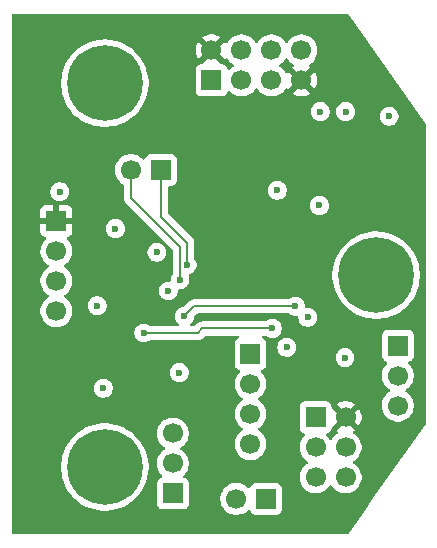
<source format=gbr>
%TF.GenerationSoftware,KiCad,Pcbnew,9.0.4*%
%TF.CreationDate,2025-12-10T09:51:26+01:00*%
%TF.ProjectId,SB_Mod_SR04,53425f4d-6f64-45f5-9352-30342e6b6963,rev?*%
%TF.SameCoordinates,Original*%
%TF.FileFunction,Copper,L4,Bot*%
%TF.FilePolarity,Positive*%
%FSLAX46Y46*%
G04 Gerber Fmt 4.6, Leading zero omitted, Abs format (unit mm)*
G04 Created by KiCad (PCBNEW 9.0.4) date 2025-12-10 09:51:26*
%MOMM*%
%LPD*%
G01*
G04 APERTURE LIST*
%TA.AperFunction,ComponentPad*%
%ADD10R,1.700000X1.700000*%
%TD*%
%TA.AperFunction,ComponentPad*%
%ADD11C,1.700000*%
%TD*%
%TA.AperFunction,ComponentPad*%
%ADD12C,6.400000*%
%TD*%
%TA.AperFunction,ViaPad*%
%ADD13C,0.600000*%
%TD*%
%TA.AperFunction,Conductor*%
%ADD14C,0.200000*%
%TD*%
G04 APERTURE END LIST*
D10*
%TO.P,J2,1,Pin_1*%
%TO.N,GND*%
X122255200Y-117195600D03*
D11*
%TO.P,J2,2,Pin_2*%
X119715200Y-117195600D03*
%TD*%
D10*
%TO.P,J3,1,Pin_1*%
%TO.N,/SB_ACT*%
X120929400Y-104927400D03*
D11*
%TO.P,J3,2,Pin_2*%
%TO.N,/SB_DAT*%
X120929400Y-107467400D03*
%TO.P,J3,3,Pin_3*%
%TO.N,/SB_CLK*%
X120929400Y-110007400D03*
%TO.P,J3,4,Pin_4*%
%TO.N,GND*%
X120929400Y-112547400D03*
%TD*%
D10*
%TO.P,SB1,1,GND*%
%TO.N,GND*%
X117627400Y-81762600D03*
D11*
%TO.P,SB1,2,+5V*%
%TO.N,+5V*%
X117627400Y-79222600D03*
%TO.P,SB1,3,CLK*%
%TO.N,/SB_CLK*%
X120167400Y-81762600D03*
%TO.P,SB1,4,GND*%
%TO.N,GND*%
X120167400Y-79222600D03*
%TO.P,SB1,5,DAT*%
%TO.N,/SB_DAT*%
X122707400Y-81762600D03*
%TO.P,SB1,6,~{ACT}*%
%TO.N,/SB_ACT*%
X122707400Y-79222600D03*
%TO.P,SB1,7,+5V*%
%TO.N,+5V*%
X125247400Y-81762600D03*
%TO.P,SB1,8,GND*%
%TO.N,GND*%
X125247400Y-79222600D03*
%TD*%
D10*
%TO.P,J1,1,Pin_1*%
%TO.N,/UPDI*%
X133400800Y-104216200D03*
D11*
%TO.P,J1,2,Pin_2*%
%TO.N,/PROG_TX*%
X133400800Y-106756200D03*
%TO.P,J1,3,Pin_3*%
%TO.N,GND*%
X133400800Y-109296200D03*
%TD*%
D12*
%TO.P,H3,1,1*%
%TO.N,GND*%
X108600000Y-114500000D03*
%TD*%
D10*
%TO.P,J5,1,Pin_1*%
%TO.N,/A6*%
X113334800Y-89357200D03*
D11*
%TO.P,J5,2,Pin_2*%
%TO.N,/A7*%
X110794800Y-89357200D03*
%TD*%
D10*
%TO.P,A1,1,VCC*%
%TO.N,+5V*%
X104493500Y-93679000D03*
D11*
%TO.P,A1,2,Trig*%
%TO.N,/TRIG*%
X104493500Y-96219000D03*
%TO.P,A1,3,Echo*%
%TO.N,/ECHO*%
X104493500Y-98759000D03*
%TO.P,A1,4,GND*%
%TO.N,GND*%
X104493500Y-101299000D03*
%TD*%
D10*
%TO.P,J4,1,Pin_1*%
%TO.N,/TX*%
X114350800Y-116738400D03*
D11*
%TO.P,J4,2,Pin_2*%
%TO.N,/RX*%
X114350800Y-114198400D03*
%TO.P,J4,3,Pin_3*%
%TO.N,GND*%
X114350800Y-111658400D03*
%TD*%
D12*
%TO.P,H1,1,1*%
%TO.N,GND*%
X108600000Y-82000000D03*
%TD*%
D10*
%TO.P,CONN1,1,UPDI*%
%TO.N,/UPDI*%
X126441200Y-110286800D03*
D11*
%TO.P,CONN1,2,VCC*%
%TO.N,+5V*%
X128981200Y-110286800D03*
%TO.P,CONN1,3,nc*%
%TO.N,unconnected-(CONN1-nc-Pad3)*%
X126441200Y-112826800D03*
%TO.P,CONN1,4,nc*%
%TO.N,unconnected-(CONN1-nc-Pad4)*%
X128981200Y-112826800D03*
%TO.P,CONN1,5,nc*%
%TO.N,unconnected-(CONN1-nc-Pad5)*%
X126441200Y-115366800D03*
%TO.P,CONN1,6,GND*%
%TO.N,GND*%
X128981200Y-115366800D03*
%TD*%
D12*
%TO.P,H2,1,1*%
%TO.N,GND*%
X131572000Y-98250000D03*
%TD*%
D13*
%TO.N,GND*%
X128930400Y-105232200D03*
X107950000Y-100838000D03*
X104775000Y-91186000D03*
X124002800Y-104368600D03*
X109499400Y-94310200D03*
X132664200Y-84810600D03*
X114909600Y-106502200D03*
X123190000Y-91059000D03*
X125780800Y-101828600D03*
X128981200Y-84404200D03*
X126771400Y-92354400D03*
X108458000Y-107823000D03*
X113969800Y-99593400D03*
X113004600Y-96316800D03*
X126847600Y-84404200D03*
%TO.N,+5V*%
X116459000Y-91135200D03*
X128981200Y-81737200D03*
X121539000Y-88569800D03*
X127838200Y-95453200D03*
X132435600Y-82880200D03*
X116179600Y-93573600D03*
%TO.N,/ACT_LED*%
X111887000Y-103149400D03*
X122783600Y-102768400D03*
%TO.N,/ALERT_LED*%
X124739400Y-100888800D03*
X115341400Y-101727000D03*
%TO.N,/A6*%
X115560400Y-97383600D03*
%TO.N,/A7*%
X114960400Y-98653600D03*
%TD*%
D14*
%TO.N,/ACT_LED*%
X116865400Y-102768400D02*
X116484400Y-103149400D01*
X122783600Y-102768400D02*
X116865400Y-102768400D01*
X116484400Y-103149400D02*
X111887000Y-103149400D01*
%TO.N,/ALERT_LED*%
X116179600Y-100888800D02*
X115341400Y-101727000D01*
X124739400Y-100888800D02*
X116179600Y-100888800D01*
%TO.N,/A6*%
X115560400Y-95494400D02*
X113385600Y-93319600D01*
X113385600Y-89408000D02*
X113334800Y-89357200D01*
X115560400Y-97383600D02*
X115560400Y-95494400D01*
X113385600Y-93319600D02*
X113385600Y-89408000D01*
%TO.N,/A7*%
X114960400Y-98653600D02*
X114960400Y-95885000D01*
X110794800Y-91719400D02*
X110794800Y-89357200D01*
X114960400Y-95885000D02*
X110794800Y-91719400D01*
%TD*%
%TA.AperFunction,Conductor*%
%TO.N,+5V*%
G36*
X128515275Y-110479793D02*
G01*
X128581101Y-110593807D01*
X128674193Y-110686899D01*
X128788207Y-110752725D01*
X128851790Y-110769762D01*
X128219482Y-111402069D01*
X128219482Y-111402070D01*
X128273652Y-111441426D01*
X128273651Y-111441426D01*
X128282695Y-111446034D01*
X128333492Y-111494008D01*
X128350287Y-111561829D01*
X128327750Y-111627964D01*
X128282699Y-111667002D01*
X128273382Y-111671749D01*
X128101413Y-111796690D01*
X127951090Y-111947013D01*
X127826149Y-112118982D01*
X127821684Y-112127746D01*
X127773709Y-112178542D01*
X127705888Y-112195336D01*
X127639753Y-112172798D01*
X127600716Y-112127746D01*
X127596250Y-112118982D01*
X127471309Y-111947013D01*
X127357769Y-111833473D01*
X127324284Y-111772150D01*
X127329268Y-111702458D01*
X127371140Y-111646525D01*
X127402115Y-111629610D01*
X127533531Y-111580596D01*
X127648746Y-111494346D01*
X127734996Y-111379131D01*
X127785291Y-111244283D01*
X127791700Y-111184673D01*
X127791699Y-111174112D01*
X127811379Y-111107075D01*
X127828018Y-111086426D01*
X128498237Y-110416208D01*
X128515275Y-110479793D01*
G37*
%TD.AperFunction*%
%TA.AperFunction,Conductor*%
G36*
X124048844Y-79876599D02*
G01*
X124087886Y-79921656D01*
X124092351Y-79930420D01*
X124217290Y-80102386D01*
X124367613Y-80252709D01*
X124539579Y-80377648D01*
X124539581Y-80377649D01*
X124539584Y-80377651D01*
X124548893Y-80382394D01*
X124599690Y-80430366D01*
X124616487Y-80498187D01*
X124593952Y-80564322D01*
X124548905Y-80603360D01*
X124539846Y-80607976D01*
X124539840Y-80607980D01*
X124485682Y-80647327D01*
X124485682Y-80647328D01*
X125117991Y-81279637D01*
X125054407Y-81296675D01*
X124940393Y-81362501D01*
X124847301Y-81455593D01*
X124781475Y-81569607D01*
X124764437Y-81633191D01*
X124132128Y-81000882D01*
X124132127Y-81000882D01*
X124092780Y-81055040D01*
X124092776Y-81055046D01*
X124088160Y-81064105D01*
X124040181Y-81114897D01*
X123972359Y-81131687D01*
X123906226Y-81109143D01*
X123867194Y-81064093D01*
X123862451Y-81054784D01*
X123862449Y-81054781D01*
X123862448Y-81054779D01*
X123737509Y-80882813D01*
X123587186Y-80732490D01*
X123415220Y-80607551D01*
X123407000Y-80603363D01*
X123406454Y-80603085D01*
X123355659Y-80555112D01*
X123338863Y-80487292D01*
X123361399Y-80421156D01*
X123406454Y-80382115D01*
X123415216Y-80377651D01*
X123437189Y-80361686D01*
X123587186Y-80252709D01*
X123587188Y-80252706D01*
X123587192Y-80252704D01*
X123737504Y-80102392D01*
X123737506Y-80102388D01*
X123737509Y-80102386D01*
X123862448Y-79930420D01*
X123862450Y-79930417D01*
X123862451Y-79930416D01*
X123866914Y-79921654D01*
X123914888Y-79870859D01*
X123982708Y-79854063D01*
X124048844Y-79876599D01*
G37*
%TD.AperFunction*%
%TA.AperFunction,Conductor*%
G36*
X118742670Y-79984317D02*
G01*
X118742670Y-79984316D01*
X118782022Y-79930155D01*
X118786632Y-79921107D01*
X118834605Y-79870309D01*
X118902425Y-79853512D01*
X118968561Y-79876047D01*
X119007604Y-79921104D01*
X119012349Y-79930417D01*
X119137290Y-80102386D01*
X119287613Y-80252709D01*
X119459582Y-80377650D01*
X119468346Y-80382116D01*
X119519142Y-80430091D01*
X119535936Y-80497912D01*
X119513398Y-80564047D01*
X119468346Y-80603084D01*
X119459582Y-80607549D01*
X119287615Y-80732489D01*
X119174073Y-80846031D01*
X119112750Y-80879515D01*
X119043058Y-80874531D01*
X118987125Y-80832659D01*
X118970210Y-80801682D01*
X118921197Y-80670271D01*
X118921193Y-80670264D01*
X118834947Y-80555055D01*
X118834944Y-80555052D01*
X118719735Y-80468806D01*
X118719728Y-80468802D01*
X118584882Y-80418508D01*
X118584883Y-80418508D01*
X118525283Y-80412101D01*
X118525281Y-80412100D01*
X118525273Y-80412100D01*
X118525265Y-80412100D01*
X118514709Y-80412100D01*
X118447670Y-80392415D01*
X118427028Y-80375781D01*
X117756808Y-79705562D01*
X117820393Y-79688525D01*
X117934407Y-79622699D01*
X118027499Y-79529607D01*
X118093325Y-79415593D01*
X118110362Y-79352008D01*
X118742670Y-79984317D01*
G37*
%TD.AperFunction*%
%TA.AperFunction,Conductor*%
G36*
X129213825Y-76176185D02*
G01*
X129248022Y-76208895D01*
X135746736Y-85396929D01*
X135769378Y-85463028D01*
X135769500Y-85468533D01*
X135769500Y-110747988D01*
X135749815Y-110815027D01*
X135747053Y-110819143D01*
X131500845Y-116879357D01*
X130333010Y-118546099D01*
X129246582Y-120096655D01*
X129191991Y-120140263D01*
X129145029Y-120149500D01*
X100827500Y-120149500D01*
X100760461Y-120129815D01*
X100714706Y-120077011D01*
X100703500Y-120025500D01*
X100703500Y-114318206D01*
X104899500Y-114318206D01*
X104899500Y-114681794D01*
X104910337Y-114791829D01*
X104935137Y-115043630D01*
X105006064Y-115400212D01*
X105006067Y-115400223D01*
X105111614Y-115748165D01*
X105250754Y-116084078D01*
X105250756Y-116084083D01*
X105422140Y-116404720D01*
X105422151Y-116404738D01*
X105624140Y-116707035D01*
X105624150Y-116707049D01*
X105854807Y-116988106D01*
X106111893Y-117245192D01*
X106111898Y-117245196D01*
X106111899Y-117245197D01*
X106392956Y-117475854D01*
X106695268Y-117677853D01*
X106695277Y-117677858D01*
X106695279Y-117677859D01*
X107015916Y-117849243D01*
X107015918Y-117849243D01*
X107015924Y-117849247D01*
X107351836Y-117988386D01*
X107699767Y-118093930D01*
X107699773Y-118093931D01*
X107699776Y-118093932D01*
X107699787Y-118093935D01*
X108056369Y-118164862D01*
X108418206Y-118200500D01*
X108418209Y-118200500D01*
X108781791Y-118200500D01*
X108781794Y-118200500D01*
X109143631Y-118164862D01*
X109213045Y-118151054D01*
X109500212Y-118093935D01*
X109500223Y-118093932D01*
X109500223Y-118093931D01*
X109500233Y-118093930D01*
X109848164Y-117988386D01*
X110184076Y-117849247D01*
X110504732Y-117677853D01*
X110807044Y-117475854D01*
X111088101Y-117245197D01*
X111345197Y-116988101D01*
X111575854Y-116707044D01*
X111777853Y-116404732D01*
X111949247Y-116084076D01*
X112088386Y-115748164D01*
X112193930Y-115400233D01*
X112193932Y-115400223D01*
X112193935Y-115400212D01*
X112264862Y-115043630D01*
X112284092Y-114848385D01*
X112300500Y-114681794D01*
X112300500Y-114318206D01*
X112264862Y-113956369D01*
X112250101Y-113882160D01*
X112193935Y-113599787D01*
X112193932Y-113599776D01*
X112193931Y-113599773D01*
X112193930Y-113599767D01*
X112088386Y-113251836D01*
X111949247Y-112915924D01*
X111921302Y-112863643D01*
X111777859Y-112595279D01*
X111777858Y-112595277D01*
X111777853Y-112595268D01*
X111575854Y-112292956D01*
X111345197Y-112011899D01*
X111345196Y-112011898D01*
X111345192Y-112011893D01*
X111088106Y-111754807D01*
X110951983Y-111643094D01*
X110841122Y-111552113D01*
X113000300Y-111552113D01*
X113000300Y-111764687D01*
X113033554Y-111974643D01*
X113083300Y-112127746D01*
X113099244Y-112176814D01*
X113195751Y-112366220D01*
X113320690Y-112538186D01*
X113471013Y-112688509D01*
X113642982Y-112813450D01*
X113651746Y-112817916D01*
X113702542Y-112865891D01*
X113719336Y-112933712D01*
X113696798Y-112999847D01*
X113651746Y-113038884D01*
X113642982Y-113043349D01*
X113471013Y-113168290D01*
X113320690Y-113318613D01*
X113195751Y-113490579D01*
X113099244Y-113679985D01*
X113033553Y-113882160D01*
X113010873Y-114025356D01*
X113000300Y-114092113D01*
X113000300Y-114304687D01*
X113033554Y-114514643D01*
X113083300Y-114667746D01*
X113099244Y-114716814D01*
X113195751Y-114906220D01*
X113320690Y-115078186D01*
X113434230Y-115191726D01*
X113467715Y-115253049D01*
X113462731Y-115322741D01*
X113420859Y-115378674D01*
X113389883Y-115395589D01*
X113258469Y-115444603D01*
X113258464Y-115444606D01*
X113143255Y-115530852D01*
X113143252Y-115530855D01*
X113057006Y-115646064D01*
X113057002Y-115646071D01*
X113006708Y-115780917D01*
X113001598Y-115828450D01*
X113000301Y-115840523D01*
X113000300Y-115840535D01*
X113000300Y-117636270D01*
X113000301Y-117636276D01*
X113006708Y-117695883D01*
X113057002Y-117830728D01*
X113057006Y-117830735D01*
X113143252Y-117945944D01*
X113143255Y-117945947D01*
X113258464Y-118032193D01*
X113258471Y-118032197D01*
X113393317Y-118082491D01*
X113393316Y-118082491D01*
X113400244Y-118083235D01*
X113452927Y-118088900D01*
X115248672Y-118088899D01*
X115308283Y-118082491D01*
X115443131Y-118032196D01*
X115558346Y-117945946D01*
X115644596Y-117830731D01*
X115694891Y-117695883D01*
X115701300Y-117636273D01*
X115701299Y-117089313D01*
X118364700Y-117089313D01*
X118364700Y-117301886D01*
X118392254Y-117475859D01*
X118397954Y-117511843D01*
X118457752Y-117695882D01*
X118463644Y-117714014D01*
X118560151Y-117903420D01*
X118685090Y-118075386D01*
X118835413Y-118225709D01*
X119007379Y-118350648D01*
X119007381Y-118350649D01*
X119007384Y-118350651D01*
X119196788Y-118447157D01*
X119398957Y-118512846D01*
X119608913Y-118546100D01*
X119608914Y-118546100D01*
X119821486Y-118546100D01*
X119821487Y-118546100D01*
X120031443Y-118512846D01*
X120233612Y-118447157D01*
X120423016Y-118350651D01*
X120594992Y-118225704D01*
X120708529Y-118112166D01*
X120769848Y-118078684D01*
X120839540Y-118083668D01*
X120895474Y-118125539D01*
X120912389Y-118156517D01*
X120961402Y-118287928D01*
X120961406Y-118287935D01*
X121047652Y-118403144D01*
X121047655Y-118403147D01*
X121162864Y-118489393D01*
X121162871Y-118489397D01*
X121297717Y-118539691D01*
X121297716Y-118539691D01*
X121304644Y-118540435D01*
X121357327Y-118546100D01*
X123153072Y-118546099D01*
X123212683Y-118539691D01*
X123347531Y-118489396D01*
X123462746Y-118403146D01*
X123548996Y-118287931D01*
X123599291Y-118153083D01*
X123605700Y-118093473D01*
X123605699Y-116297728D01*
X123599291Y-116238117D01*
X123598010Y-116234683D01*
X123548997Y-116103271D01*
X123548993Y-116103264D01*
X123462747Y-115988055D01*
X123462744Y-115988052D01*
X123347535Y-115901806D01*
X123347528Y-115901802D01*
X123212682Y-115851508D01*
X123212683Y-115851508D01*
X123153083Y-115845101D01*
X123153081Y-115845100D01*
X123153073Y-115845100D01*
X123153064Y-115845100D01*
X121357329Y-115845100D01*
X121357323Y-115845101D01*
X121297716Y-115851508D01*
X121162871Y-115901802D01*
X121162864Y-115901806D01*
X121047655Y-115988052D01*
X121047652Y-115988055D01*
X120961406Y-116103264D01*
X120961403Y-116103269D01*
X120912389Y-116234683D01*
X120870517Y-116290616D01*
X120805053Y-116315033D01*
X120736780Y-116300181D01*
X120708526Y-116279030D01*
X120594986Y-116165490D01*
X120423020Y-116040551D01*
X120233614Y-115944044D01*
X120233613Y-115944043D01*
X120233612Y-115944043D01*
X120031443Y-115878354D01*
X120031441Y-115878353D01*
X120031440Y-115878353D01*
X119870157Y-115852808D01*
X119821487Y-115845100D01*
X119608913Y-115845100D01*
X119560242Y-115852808D01*
X119398960Y-115878353D01*
X119196785Y-115944044D01*
X119007379Y-116040551D01*
X118835413Y-116165490D01*
X118685090Y-116315813D01*
X118560151Y-116487779D01*
X118463644Y-116677185D01*
X118397953Y-116879360D01*
X118364700Y-117089313D01*
X115701299Y-117089313D01*
X115701299Y-116717300D01*
X115701299Y-115840529D01*
X115701298Y-115840523D01*
X115701297Y-115840516D01*
X115694891Y-115780917D01*
X115682675Y-115748165D01*
X115644597Y-115646071D01*
X115644593Y-115646064D01*
X115558347Y-115530855D01*
X115558344Y-115530852D01*
X115443135Y-115444606D01*
X115443128Y-115444602D01*
X115311717Y-115395589D01*
X115255783Y-115353718D01*
X115231366Y-115288253D01*
X115246218Y-115219980D01*
X115267363Y-115191732D01*
X115380904Y-115078192D01*
X115505851Y-114906216D01*
X115602357Y-114716812D01*
X115668046Y-114514643D01*
X115701300Y-114304687D01*
X115701300Y-114092113D01*
X115668046Y-113882157D01*
X115602357Y-113679988D01*
X115505851Y-113490584D01*
X115505849Y-113490581D01*
X115505848Y-113490579D01*
X115380909Y-113318613D01*
X115230586Y-113168290D01*
X115058620Y-113043351D01*
X115057915Y-113042991D01*
X115049854Y-113038885D01*
X114999059Y-112990912D01*
X114982263Y-112923092D01*
X115004799Y-112856956D01*
X115049854Y-112817915D01*
X115058616Y-112813451D01*
X115080589Y-112797486D01*
X115230586Y-112688509D01*
X115230588Y-112688506D01*
X115230592Y-112688504D01*
X115380904Y-112538192D01*
X115380906Y-112538188D01*
X115380909Y-112538186D01*
X115505848Y-112366220D01*
X115505847Y-112366220D01*
X115505851Y-112366216D01*
X115602357Y-112176812D01*
X115668046Y-111974643D01*
X115701300Y-111764687D01*
X115701300Y-111552113D01*
X115668046Y-111342157D01*
X115602357Y-111139988D01*
X115505851Y-110950584D01*
X115505849Y-110950581D01*
X115505848Y-110950579D01*
X115380909Y-110778613D01*
X115230586Y-110628290D01*
X115058620Y-110503351D01*
X114869214Y-110406844D01*
X114869213Y-110406843D01*
X114869212Y-110406843D01*
X114667043Y-110341154D01*
X114667041Y-110341153D01*
X114667040Y-110341153D01*
X114505757Y-110315608D01*
X114457087Y-110307900D01*
X114244513Y-110307900D01*
X114195842Y-110315608D01*
X114034560Y-110341153D01*
X113832385Y-110406844D01*
X113642979Y-110503351D01*
X113471013Y-110628290D01*
X113320690Y-110778613D01*
X113195751Y-110950579D01*
X113099244Y-111139985D01*
X113099243Y-111139987D01*
X113099243Y-111139988D01*
X113084725Y-111184670D01*
X113033553Y-111342160D01*
X113004729Y-111524150D01*
X113000300Y-111552113D01*
X110841122Y-111552113D01*
X110807049Y-111524150D01*
X110807048Y-111524149D01*
X110807044Y-111524146D01*
X110504732Y-111322147D01*
X110504727Y-111322144D01*
X110504720Y-111322140D01*
X110184083Y-111150756D01*
X110184078Y-111150754D01*
X110158079Y-111139985D01*
X110028777Y-111086426D01*
X109848165Y-111011614D01*
X109500223Y-110906067D01*
X109500212Y-110906064D01*
X109143630Y-110835137D01*
X108871111Y-110808296D01*
X108781794Y-110799500D01*
X108418206Y-110799500D01*
X108335679Y-110807628D01*
X108056369Y-110835137D01*
X107699787Y-110906064D01*
X107699776Y-110906067D01*
X107351834Y-111011614D01*
X107015921Y-111150754D01*
X107015916Y-111150756D01*
X106695279Y-111322140D01*
X106695261Y-111322151D01*
X106392964Y-111524140D01*
X106392950Y-111524150D01*
X106111893Y-111754807D01*
X105854807Y-112011893D01*
X105624150Y-112292950D01*
X105624140Y-112292964D01*
X105422151Y-112595261D01*
X105422140Y-112595279D01*
X105250756Y-112915916D01*
X105250754Y-112915921D01*
X105111614Y-113251834D01*
X105006067Y-113599776D01*
X105006064Y-113599787D01*
X104935137Y-113956369D01*
X104910425Y-114207284D01*
X104899500Y-114318206D01*
X100703500Y-114318206D01*
X100703500Y-107744153D01*
X107657500Y-107744153D01*
X107657500Y-107901846D01*
X107688261Y-108056489D01*
X107688264Y-108056501D01*
X107748602Y-108202172D01*
X107748609Y-108202185D01*
X107836210Y-108333288D01*
X107836213Y-108333292D01*
X107947707Y-108444786D01*
X107947711Y-108444789D01*
X108078814Y-108532390D01*
X108078827Y-108532397D01*
X108213982Y-108588379D01*
X108224503Y-108592737D01*
X108373869Y-108622448D01*
X108379153Y-108623499D01*
X108379156Y-108623500D01*
X108379158Y-108623500D01*
X108536844Y-108623500D01*
X108536845Y-108623499D01*
X108691497Y-108592737D01*
X108837179Y-108532394D01*
X108968289Y-108444789D01*
X109079789Y-108333289D01*
X109167394Y-108202179D01*
X109227737Y-108056497D01*
X109258500Y-107901842D01*
X109258500Y-107744158D01*
X109258500Y-107744155D01*
X109258499Y-107744153D01*
X109227738Y-107589510D01*
X109227737Y-107589503D01*
X109221186Y-107573687D01*
X109167397Y-107443827D01*
X109167390Y-107443814D01*
X109079789Y-107312711D01*
X109079786Y-107312707D01*
X108968292Y-107201213D01*
X108968288Y-107201210D01*
X108837185Y-107113609D01*
X108837172Y-107113602D01*
X108691501Y-107053264D01*
X108691489Y-107053261D01*
X108536845Y-107022500D01*
X108536842Y-107022500D01*
X108379158Y-107022500D01*
X108379155Y-107022500D01*
X108224510Y-107053261D01*
X108224498Y-107053264D01*
X108078827Y-107113602D01*
X108078814Y-107113609D01*
X107947711Y-107201210D01*
X107947707Y-107201213D01*
X107836213Y-107312707D01*
X107836210Y-107312711D01*
X107748609Y-107443814D01*
X107748602Y-107443827D01*
X107688264Y-107589498D01*
X107688261Y-107589510D01*
X107657500Y-107744153D01*
X100703500Y-107744153D01*
X100703500Y-106423353D01*
X114109100Y-106423353D01*
X114109100Y-106581046D01*
X114139861Y-106735689D01*
X114139864Y-106735701D01*
X114200202Y-106881372D01*
X114200209Y-106881385D01*
X114287810Y-107012488D01*
X114287813Y-107012492D01*
X114399307Y-107123986D01*
X114399311Y-107123989D01*
X114530414Y-107211590D01*
X114530427Y-107211597D01*
X114676098Y-107271935D01*
X114676103Y-107271937D01*
X114830753Y-107302699D01*
X114830756Y-107302700D01*
X114830758Y-107302700D01*
X114988444Y-107302700D01*
X114988445Y-107302699D01*
X115143097Y-107271937D01*
X115288779Y-107211594D01*
X115419889Y-107123989D01*
X115531389Y-107012489D01*
X115618994Y-106881379D01*
X115679337Y-106735697D01*
X115710100Y-106581042D01*
X115710100Y-106423358D01*
X115710100Y-106423355D01*
X115710099Y-106423353D01*
X115681166Y-106277899D01*
X115679337Y-106268703D01*
X115666532Y-106237788D01*
X115618997Y-106123027D01*
X115618990Y-106123014D01*
X115531389Y-105991911D01*
X115531386Y-105991907D01*
X115419892Y-105880413D01*
X115419888Y-105880410D01*
X115288785Y-105792809D01*
X115288772Y-105792802D01*
X115143101Y-105732464D01*
X115143089Y-105732461D01*
X114988445Y-105701700D01*
X114988442Y-105701700D01*
X114830758Y-105701700D01*
X114830755Y-105701700D01*
X114676110Y-105732461D01*
X114676098Y-105732464D01*
X114530427Y-105792802D01*
X114530414Y-105792809D01*
X114399311Y-105880410D01*
X114399307Y-105880413D01*
X114287813Y-105991907D01*
X114287810Y-105991911D01*
X114200209Y-106123014D01*
X114200202Y-106123027D01*
X114139864Y-106268698D01*
X114139861Y-106268710D01*
X114109100Y-106423353D01*
X100703500Y-106423353D01*
X100703500Y-103070553D01*
X111086500Y-103070553D01*
X111086500Y-103228246D01*
X111117261Y-103382889D01*
X111117264Y-103382901D01*
X111177602Y-103528572D01*
X111177609Y-103528585D01*
X111265210Y-103659688D01*
X111265213Y-103659692D01*
X111376707Y-103771186D01*
X111376711Y-103771189D01*
X111507814Y-103858790D01*
X111507827Y-103858797D01*
X111653498Y-103919135D01*
X111653503Y-103919137D01*
X111808153Y-103949899D01*
X111808156Y-103949900D01*
X111808158Y-103949900D01*
X111965844Y-103949900D01*
X111965845Y-103949899D01*
X112120497Y-103919137D01*
X112266179Y-103858794D01*
X112301686Y-103835069D01*
X112397875Y-103770798D01*
X112464553Y-103749920D01*
X112466766Y-103749900D01*
X116397731Y-103749900D01*
X116397747Y-103749901D01*
X116405343Y-103749901D01*
X116563454Y-103749901D01*
X116563457Y-103749901D01*
X116716185Y-103708977D01*
X116766304Y-103680039D01*
X116853116Y-103629920D01*
X116964920Y-103518116D01*
X116964920Y-103518114D01*
X116975128Y-103507907D01*
X116975131Y-103507903D01*
X117077818Y-103405218D01*
X117139141Y-103371734D01*
X117165498Y-103368900D01*
X119859482Y-103368900D01*
X119926521Y-103388585D01*
X119972276Y-103441389D01*
X119982220Y-103510547D01*
X119953195Y-103574103D01*
X119902815Y-103609082D01*
X119837071Y-103633602D01*
X119837064Y-103633606D01*
X119721855Y-103719852D01*
X119721852Y-103719855D01*
X119635606Y-103835064D01*
X119635602Y-103835071D01*
X119585308Y-103969917D01*
X119583211Y-103989427D01*
X119578901Y-104029523D01*
X119578900Y-104029535D01*
X119578900Y-105825270D01*
X119578901Y-105825276D01*
X119585308Y-105884883D01*
X119635602Y-106019728D01*
X119635606Y-106019735D01*
X119721852Y-106134944D01*
X119721855Y-106134947D01*
X119837064Y-106221193D01*
X119837071Y-106221197D01*
X119968482Y-106270210D01*
X120024416Y-106312081D01*
X120048833Y-106377545D01*
X120033982Y-106445818D01*
X120012831Y-106474073D01*
X119899289Y-106587615D01*
X119774351Y-106759579D01*
X119677844Y-106948985D01*
X119612153Y-107151160D01*
X119578900Y-107361113D01*
X119578900Y-107573686D01*
X119605899Y-107744155D01*
X119612154Y-107783643D01*
X119670655Y-107963691D01*
X119677844Y-107985814D01*
X119774351Y-108175220D01*
X119899290Y-108347186D01*
X120049613Y-108497509D01*
X120221582Y-108622450D01*
X120230346Y-108626916D01*
X120281142Y-108674891D01*
X120297936Y-108742712D01*
X120275398Y-108808847D01*
X120230346Y-108847884D01*
X120221582Y-108852349D01*
X120049613Y-108977290D01*
X119899290Y-109127613D01*
X119774351Y-109299579D01*
X119677844Y-109488985D01*
X119612153Y-109691160D01*
X119578900Y-109901113D01*
X119578900Y-110113686D01*
X119609660Y-110307900D01*
X119612154Y-110323643D01*
X119670544Y-110503349D01*
X119677844Y-110525814D01*
X119774351Y-110715220D01*
X119899290Y-110887186D01*
X120049613Y-111037509D01*
X120221582Y-111162450D01*
X120230346Y-111166916D01*
X120281142Y-111214891D01*
X120297936Y-111282712D01*
X120275398Y-111348847D01*
X120230346Y-111387884D01*
X120221582Y-111392349D01*
X120049613Y-111517290D01*
X119899290Y-111667613D01*
X119774351Y-111839579D01*
X119677844Y-112028985D01*
X119612153Y-112231160D01*
X119578900Y-112441113D01*
X119578900Y-112653686D01*
X119604911Y-112817916D01*
X119612154Y-112863643D01*
X119670544Y-113043349D01*
X119677844Y-113065814D01*
X119774351Y-113255220D01*
X119899290Y-113427186D01*
X120049613Y-113577509D01*
X120221579Y-113702448D01*
X120221581Y-113702449D01*
X120221584Y-113702451D01*
X120410988Y-113798957D01*
X120613157Y-113864646D01*
X120823113Y-113897900D01*
X120823114Y-113897900D01*
X121035686Y-113897900D01*
X121035687Y-113897900D01*
X121245643Y-113864646D01*
X121447812Y-113798957D01*
X121637216Y-113702451D01*
X121668138Y-113679985D01*
X121809186Y-113577509D01*
X121809188Y-113577506D01*
X121809192Y-113577504D01*
X121959504Y-113427192D01*
X121959506Y-113427188D01*
X121959509Y-113427186D01*
X122084448Y-113255220D01*
X122084447Y-113255220D01*
X122084451Y-113255216D01*
X122180957Y-113065812D01*
X122246646Y-112863643D01*
X122279900Y-112653687D01*
X122279900Y-112441113D01*
X122246646Y-112231157D01*
X122180957Y-112028988D01*
X122084451Y-111839584D01*
X122084449Y-111839581D01*
X122084448Y-111839579D01*
X121959509Y-111667613D01*
X121809186Y-111517290D01*
X121637220Y-111392351D01*
X121636515Y-111391991D01*
X121628454Y-111387885D01*
X121577659Y-111339912D01*
X121560863Y-111272092D01*
X121583399Y-111205956D01*
X121628454Y-111166915D01*
X121637216Y-111162451D01*
X121729063Y-111095721D01*
X121809186Y-111037509D01*
X121809188Y-111037506D01*
X121809192Y-111037504D01*
X121959504Y-110887192D01*
X121959506Y-110887188D01*
X121959509Y-110887186D01*
X122084448Y-110715220D01*
X122084447Y-110715220D01*
X122084451Y-110715216D01*
X122180957Y-110525812D01*
X122246646Y-110323643D01*
X122279900Y-110113687D01*
X122279900Y-109901113D01*
X122246646Y-109691157D01*
X122180957Y-109488988D01*
X122129978Y-109388935D01*
X125090700Y-109388935D01*
X125090700Y-111184670D01*
X125090701Y-111184676D01*
X125097108Y-111244283D01*
X125147402Y-111379128D01*
X125147406Y-111379135D01*
X125233652Y-111494344D01*
X125233655Y-111494347D01*
X125348864Y-111580593D01*
X125348871Y-111580597D01*
X125480282Y-111629610D01*
X125536216Y-111671481D01*
X125560633Y-111736945D01*
X125545782Y-111805218D01*
X125524631Y-111833473D01*
X125411089Y-111947015D01*
X125286151Y-112118979D01*
X125189644Y-112308385D01*
X125123953Y-112510560D01*
X125119578Y-112538186D01*
X125090700Y-112720513D01*
X125090700Y-112933087D01*
X125123954Y-113143043D01*
X125181000Y-113318613D01*
X125189644Y-113345214D01*
X125286151Y-113534620D01*
X125411090Y-113706586D01*
X125561413Y-113856909D01*
X125733382Y-113981850D01*
X125742146Y-113986316D01*
X125792942Y-114034291D01*
X125809736Y-114102112D01*
X125787198Y-114168247D01*
X125742146Y-114207284D01*
X125733382Y-114211749D01*
X125561413Y-114336690D01*
X125411090Y-114487013D01*
X125286151Y-114658979D01*
X125189644Y-114848385D01*
X125123953Y-115050560D01*
X125119578Y-115078184D01*
X125090700Y-115260513D01*
X125090700Y-115473087D01*
X125123954Y-115683043D01*
X125187414Y-115878353D01*
X125189644Y-115885214D01*
X125286151Y-116074620D01*
X125411090Y-116246586D01*
X125561413Y-116396909D01*
X125733379Y-116521848D01*
X125733381Y-116521849D01*
X125733384Y-116521851D01*
X125922788Y-116618357D01*
X126124957Y-116684046D01*
X126334913Y-116717300D01*
X126334914Y-116717300D01*
X126547486Y-116717300D01*
X126547487Y-116717300D01*
X126757443Y-116684046D01*
X126959612Y-116618357D01*
X127149016Y-116521851D01*
X127195906Y-116487784D01*
X127320986Y-116396909D01*
X127320988Y-116396906D01*
X127320992Y-116396904D01*
X127471304Y-116246592D01*
X127471306Y-116246588D01*
X127471309Y-116246586D01*
X127589373Y-116084083D01*
X127596251Y-116074616D01*
X127600714Y-116065854D01*
X127648688Y-116015059D01*
X127716508Y-115998263D01*
X127782644Y-116020799D01*
X127821686Y-116065856D01*
X127826151Y-116074620D01*
X127951090Y-116246586D01*
X128101413Y-116396909D01*
X128273379Y-116521848D01*
X128273381Y-116521849D01*
X128273384Y-116521851D01*
X128462788Y-116618357D01*
X128664957Y-116684046D01*
X128874913Y-116717300D01*
X128874914Y-116717300D01*
X129087486Y-116717300D01*
X129087487Y-116717300D01*
X129297443Y-116684046D01*
X129499612Y-116618357D01*
X129689016Y-116521851D01*
X129735906Y-116487784D01*
X129860986Y-116396909D01*
X129860988Y-116396906D01*
X129860992Y-116396904D01*
X130011304Y-116246592D01*
X130011306Y-116246588D01*
X130011309Y-116246586D01*
X130129373Y-116084083D01*
X130136251Y-116074616D01*
X130232757Y-115885212D01*
X130298446Y-115683043D01*
X130331700Y-115473087D01*
X130331700Y-115260513D01*
X130298446Y-115050557D01*
X130232757Y-114848388D01*
X130136251Y-114658984D01*
X130136249Y-114658981D01*
X130136248Y-114658979D01*
X130011309Y-114487013D01*
X129860986Y-114336690D01*
X129689020Y-114211751D01*
X129688315Y-114211391D01*
X129680254Y-114207285D01*
X129629459Y-114159312D01*
X129612663Y-114091492D01*
X129635199Y-114025356D01*
X129680254Y-113986315D01*
X129689016Y-113981851D01*
X129724089Y-113956369D01*
X129860986Y-113856909D01*
X129860988Y-113856906D01*
X129860992Y-113856904D01*
X130011304Y-113706592D01*
X130011306Y-113706588D01*
X130011309Y-113706586D01*
X130136248Y-113534620D01*
X130136247Y-113534620D01*
X130136251Y-113534616D01*
X130232757Y-113345212D01*
X130298446Y-113143043D01*
X130331700Y-112933087D01*
X130331700Y-112720513D01*
X130298446Y-112510557D01*
X130232757Y-112308388D01*
X130136251Y-112118984D01*
X130136249Y-112118981D01*
X130136248Y-112118979D01*
X130011309Y-111947013D01*
X129860986Y-111796690D01*
X129689017Y-111671749D01*
X129679704Y-111667004D01*
X129628907Y-111619030D01*
X129612112Y-111551209D01*
X129634649Y-111485074D01*
X129679707Y-111446032D01*
X129688755Y-111441422D01*
X129742916Y-111402070D01*
X129742917Y-111402070D01*
X129110608Y-110769762D01*
X129174193Y-110752725D01*
X129288207Y-110686899D01*
X129381299Y-110593807D01*
X129447125Y-110479793D01*
X129464162Y-110416208D01*
X130096470Y-111048517D01*
X130096470Y-111048516D01*
X130135822Y-110994354D01*
X130232295Y-110805017D01*
X130297957Y-110602930D01*
X130297957Y-110602927D01*
X130331200Y-110393046D01*
X130331200Y-110180553D01*
X130297957Y-109970672D01*
X130297957Y-109970669D01*
X130232295Y-109768582D01*
X130135824Y-109579249D01*
X130096470Y-109525082D01*
X130096469Y-109525082D01*
X129464162Y-110157390D01*
X129447125Y-110093807D01*
X129381299Y-109979793D01*
X129288207Y-109886701D01*
X129174193Y-109820875D01*
X129110609Y-109803837D01*
X129742916Y-109171528D01*
X129688750Y-109132175D01*
X129499417Y-109035704D01*
X129297329Y-108970042D01*
X129087446Y-108936800D01*
X128874954Y-108936800D01*
X128665072Y-108970042D01*
X128665069Y-108970042D01*
X128462982Y-109035704D01*
X128273639Y-109132180D01*
X128219482Y-109171527D01*
X128219482Y-109171528D01*
X128851791Y-109803837D01*
X128788207Y-109820875D01*
X128674193Y-109886701D01*
X128581101Y-109979793D01*
X128515275Y-110093807D01*
X128498237Y-110157391D01*
X127828018Y-109487172D01*
X127794533Y-109425849D01*
X127794530Y-109425836D01*
X127791699Y-109412815D01*
X127791699Y-109388928D01*
X127785291Y-109329317D01*
X127757126Y-109253802D01*
X127734998Y-109194473D01*
X127734993Y-109194464D01*
X127648747Y-109079255D01*
X127648744Y-109079252D01*
X127533535Y-108993006D01*
X127533528Y-108993002D01*
X127398682Y-108942708D01*
X127398683Y-108942708D01*
X127339083Y-108936301D01*
X127339081Y-108936300D01*
X127339073Y-108936300D01*
X127339064Y-108936300D01*
X125543329Y-108936300D01*
X125543323Y-108936301D01*
X125483716Y-108942708D01*
X125348871Y-108993002D01*
X125348864Y-108993006D01*
X125233655Y-109079252D01*
X125233652Y-109079255D01*
X125147406Y-109194464D01*
X125147402Y-109194471D01*
X125097108Y-109329317D01*
X125090701Y-109388916D01*
X125090700Y-109388935D01*
X122129978Y-109388935D01*
X122084451Y-109299584D01*
X122084449Y-109299581D01*
X122084448Y-109299579D01*
X121959509Y-109127613D01*
X121809186Y-108977290D01*
X121637220Y-108852351D01*
X121636515Y-108851991D01*
X121628454Y-108847885D01*
X121577659Y-108799912D01*
X121560863Y-108732092D01*
X121583399Y-108665956D01*
X121628454Y-108626915D01*
X121637216Y-108622451D01*
X121684106Y-108588384D01*
X121809186Y-108497509D01*
X121809188Y-108497506D01*
X121809192Y-108497504D01*
X121959504Y-108347192D01*
X121959506Y-108347188D01*
X121959509Y-108347186D01*
X122084448Y-108175220D01*
X122084447Y-108175220D01*
X122084451Y-108175216D01*
X122180957Y-107985812D01*
X122246646Y-107783643D01*
X122279900Y-107573687D01*
X122279900Y-107361113D01*
X122246646Y-107151157D01*
X122180957Y-106948988D01*
X122084451Y-106759584D01*
X122084449Y-106759581D01*
X122084448Y-106759579D01*
X121959509Y-106587613D01*
X121845969Y-106474073D01*
X121812484Y-106412750D01*
X121817468Y-106343058D01*
X121859340Y-106287125D01*
X121890315Y-106270210D01*
X122021731Y-106221196D01*
X122136946Y-106134946D01*
X122223196Y-106019731D01*
X122273491Y-105884883D01*
X122279900Y-105825273D01*
X122279899Y-104289753D01*
X123202300Y-104289753D01*
X123202300Y-104447446D01*
X123233061Y-104602089D01*
X123233064Y-104602101D01*
X123293402Y-104747772D01*
X123293409Y-104747785D01*
X123381010Y-104878888D01*
X123381013Y-104878892D01*
X123492507Y-104990386D01*
X123492511Y-104990389D01*
X123623614Y-105077990D01*
X123623627Y-105077997D01*
X123710731Y-105114076D01*
X123769303Y-105138337D01*
X123923953Y-105169099D01*
X123923956Y-105169100D01*
X123923958Y-105169100D01*
X124081644Y-105169100D01*
X124081645Y-105169099D01*
X124160806Y-105153353D01*
X128129900Y-105153353D01*
X128129900Y-105311046D01*
X128160661Y-105465689D01*
X128160664Y-105465701D01*
X128221002Y-105611372D01*
X128221009Y-105611385D01*
X128308610Y-105742488D01*
X128308613Y-105742492D01*
X128420107Y-105853986D01*
X128420111Y-105853989D01*
X128551214Y-105941590D01*
X128551227Y-105941597D01*
X128672688Y-105991907D01*
X128696903Y-106001937D01*
X128851553Y-106032699D01*
X128851556Y-106032700D01*
X128851558Y-106032700D01*
X129009244Y-106032700D01*
X129009245Y-106032699D01*
X129163897Y-106001937D01*
X129309579Y-105941594D01*
X129440689Y-105853989D01*
X129552189Y-105742489D01*
X129639794Y-105611379D01*
X129700137Y-105465697D01*
X129730900Y-105311042D01*
X129730900Y-105153358D01*
X129730900Y-105153355D01*
X129730899Y-105153353D01*
X129723084Y-105114064D01*
X129700137Y-104998703D01*
X129650509Y-104878889D01*
X129639797Y-104853027D01*
X129639790Y-104853014D01*
X129552189Y-104721911D01*
X129552186Y-104721907D01*
X129440692Y-104610413D01*
X129440688Y-104610410D01*
X129309585Y-104522809D01*
X129309572Y-104522802D01*
X129163901Y-104462464D01*
X129163889Y-104462461D01*
X129009245Y-104431700D01*
X129009242Y-104431700D01*
X128851558Y-104431700D01*
X128851555Y-104431700D01*
X128696910Y-104462461D01*
X128696898Y-104462464D01*
X128551227Y-104522802D01*
X128551214Y-104522809D01*
X128420111Y-104610410D01*
X128420107Y-104610413D01*
X128308613Y-104721907D01*
X128308610Y-104721911D01*
X128221009Y-104853014D01*
X128221002Y-104853027D01*
X128160664Y-104998698D01*
X128160661Y-104998710D01*
X128129900Y-105153353D01*
X124160806Y-105153353D01*
X124236297Y-105138337D01*
X124381979Y-105077994D01*
X124381985Y-105077990D01*
X124432610Y-105044164D01*
X124470374Y-105018929D01*
X124513089Y-104990389D01*
X124624589Y-104878889D01*
X124712194Y-104747779D01*
X124772537Y-104602097D01*
X124803300Y-104447442D01*
X124803300Y-104289758D01*
X124803300Y-104289755D01*
X124803299Y-104289753D01*
X124772538Y-104135110D01*
X124772537Y-104135103D01*
X124728810Y-104029535D01*
X124712197Y-103989427D01*
X124712190Y-103989414D01*
X124624589Y-103858311D01*
X124624586Y-103858307D01*
X124513092Y-103746813D01*
X124513088Y-103746810D01*
X124381985Y-103659209D01*
X124381972Y-103659202D01*
X124236301Y-103598864D01*
X124236289Y-103598861D01*
X124081645Y-103568100D01*
X124081642Y-103568100D01*
X123923958Y-103568100D01*
X123923955Y-103568100D01*
X123769310Y-103598861D01*
X123769298Y-103598864D01*
X123623627Y-103659202D01*
X123623614Y-103659209D01*
X123492511Y-103746810D01*
X123492507Y-103746813D01*
X123381013Y-103858307D01*
X123381010Y-103858311D01*
X123293409Y-103989414D01*
X123293402Y-103989427D01*
X123233064Y-104135098D01*
X123233061Y-104135110D01*
X123202300Y-104289753D01*
X122279899Y-104289753D01*
X122279899Y-104029528D01*
X122273491Y-103969917D01*
X122266025Y-103949900D01*
X122223197Y-103835071D01*
X122223193Y-103835064D01*
X122136947Y-103719855D01*
X122136944Y-103719852D01*
X122021735Y-103633606D01*
X122021728Y-103633602D01*
X121955985Y-103609082D01*
X121945201Y-103601009D01*
X121932279Y-103597215D01*
X121917780Y-103580483D01*
X121900051Y-103567211D01*
X121895343Y-103554588D01*
X121886524Y-103544411D01*
X121883372Y-103522495D01*
X121875634Y-103501747D01*
X121878496Y-103488585D01*
X121876580Y-103475253D01*
X121885778Y-103455111D01*
X121890485Y-103433474D01*
X121900009Y-103423949D01*
X121905605Y-103411697D01*
X121924234Y-103399724D01*
X121939891Y-103384068D01*
X121954332Y-103380381D01*
X121964383Y-103373923D01*
X121999318Y-103368900D01*
X122203834Y-103368900D01*
X122270873Y-103388585D01*
X122272725Y-103389798D01*
X122404414Y-103477790D01*
X122404427Y-103477797D01*
X122527042Y-103528585D01*
X122550103Y-103538137D01*
X122696267Y-103567211D01*
X122704753Y-103568899D01*
X122704756Y-103568900D01*
X122704758Y-103568900D01*
X122862444Y-103568900D01*
X122862445Y-103568899D01*
X123017097Y-103538137D01*
X123162779Y-103477794D01*
X123293889Y-103390189D01*
X123365743Y-103318335D01*
X132050300Y-103318335D01*
X132050300Y-105114070D01*
X132050301Y-105114076D01*
X132056708Y-105173683D01*
X132107002Y-105308528D01*
X132107006Y-105308535D01*
X132193252Y-105423744D01*
X132193255Y-105423747D01*
X132308464Y-105509993D01*
X132308471Y-105509997D01*
X132439882Y-105559010D01*
X132495816Y-105600881D01*
X132520233Y-105666345D01*
X132505382Y-105734618D01*
X132484231Y-105762873D01*
X132370689Y-105876415D01*
X132245751Y-106048379D01*
X132149244Y-106237785D01*
X132083553Y-106439960D01*
X132050300Y-106649913D01*
X132050300Y-106862486D01*
X132074058Y-107012492D01*
X132083554Y-107072443D01*
X132148374Y-107271938D01*
X132149244Y-107274614D01*
X132245751Y-107464020D01*
X132370690Y-107635986D01*
X132521013Y-107786309D01*
X132692982Y-107911250D01*
X132701746Y-107915716D01*
X132752542Y-107963691D01*
X132769336Y-108031512D01*
X132746798Y-108097647D01*
X132701746Y-108136684D01*
X132692982Y-108141149D01*
X132521013Y-108266090D01*
X132370690Y-108416413D01*
X132245751Y-108588379D01*
X132149244Y-108777785D01*
X132083553Y-108979960D01*
X132050300Y-109189913D01*
X132050300Y-109402486D01*
X132078296Y-109579249D01*
X132083554Y-109612443D01*
X132140206Y-109786800D01*
X132149244Y-109814614D01*
X132245751Y-110004020D01*
X132370690Y-110175986D01*
X132521013Y-110326309D01*
X132692979Y-110451248D01*
X132692981Y-110451249D01*
X132692984Y-110451251D01*
X132882388Y-110547757D01*
X133084557Y-110613446D01*
X133294513Y-110646700D01*
X133294514Y-110646700D01*
X133507086Y-110646700D01*
X133507087Y-110646700D01*
X133717043Y-110613446D01*
X133919212Y-110547757D01*
X134108616Y-110451251D01*
X134130589Y-110435286D01*
X134280586Y-110326309D01*
X134280588Y-110326306D01*
X134280592Y-110326304D01*
X134430904Y-110175992D01*
X134430906Y-110175988D01*
X134430909Y-110175986D01*
X134555848Y-110004020D01*
X134555847Y-110004020D01*
X134555851Y-110004016D01*
X134652357Y-109814612D01*
X134718046Y-109612443D01*
X134751300Y-109402487D01*
X134751300Y-109189913D01*
X134718046Y-108979957D01*
X134652357Y-108777788D01*
X134555851Y-108588384D01*
X134555849Y-108588381D01*
X134555848Y-108588379D01*
X134430909Y-108416413D01*
X134280586Y-108266090D01*
X134108620Y-108141151D01*
X134107915Y-108140791D01*
X134099854Y-108136685D01*
X134049059Y-108088712D01*
X134032263Y-108020892D01*
X134054799Y-107954756D01*
X134099854Y-107915715D01*
X134108616Y-107911251D01*
X134130589Y-107895286D01*
X134280586Y-107786309D01*
X134280588Y-107786306D01*
X134280592Y-107786304D01*
X134430904Y-107635992D01*
X134430906Y-107635988D01*
X134430909Y-107635986D01*
X134555848Y-107464020D01*
X134555847Y-107464020D01*
X134555851Y-107464016D01*
X134652357Y-107274612D01*
X134718046Y-107072443D01*
X134751300Y-106862487D01*
X134751300Y-106649913D01*
X134718046Y-106439957D01*
X134652357Y-106237788D01*
X134555851Y-106048384D01*
X134555849Y-106048381D01*
X134555848Y-106048379D01*
X134430909Y-105876413D01*
X134317369Y-105762873D01*
X134283884Y-105701550D01*
X134288868Y-105631858D01*
X134330740Y-105575925D01*
X134361715Y-105559010D01*
X134493131Y-105509996D01*
X134608346Y-105423746D01*
X134694596Y-105308531D01*
X134744891Y-105173683D01*
X134751300Y-105114073D01*
X134751299Y-103318328D01*
X134744891Y-103258717D01*
X134740190Y-103246114D01*
X134694597Y-103123871D01*
X134694593Y-103123864D01*
X134608347Y-103008655D01*
X134608344Y-103008652D01*
X134493135Y-102922406D01*
X134493128Y-102922402D01*
X134358282Y-102872108D01*
X134358283Y-102872108D01*
X134298683Y-102865701D01*
X134298681Y-102865700D01*
X134298673Y-102865700D01*
X134298664Y-102865700D01*
X132502929Y-102865700D01*
X132502923Y-102865701D01*
X132443316Y-102872108D01*
X132308471Y-102922402D01*
X132308464Y-102922406D01*
X132193255Y-103008652D01*
X132193252Y-103008655D01*
X132107006Y-103123864D01*
X132107002Y-103123871D01*
X132056708Y-103258717D01*
X132054561Y-103278692D01*
X132050301Y-103318323D01*
X132050300Y-103318335D01*
X123365743Y-103318335D01*
X123405389Y-103278689D01*
X123492994Y-103147579D01*
X123553337Y-103001897D01*
X123584100Y-102847242D01*
X123584100Y-102689558D01*
X123584100Y-102689555D01*
X123584099Y-102689553D01*
X123574065Y-102639111D01*
X123553337Y-102534903D01*
X123525722Y-102468234D01*
X123492997Y-102389227D01*
X123492990Y-102389214D01*
X123405389Y-102258111D01*
X123405386Y-102258107D01*
X123293892Y-102146613D01*
X123293888Y-102146610D01*
X123162785Y-102059009D01*
X123162772Y-102059002D01*
X123017101Y-101998664D01*
X123017089Y-101998661D01*
X122862445Y-101967900D01*
X122862442Y-101967900D01*
X122704758Y-101967900D01*
X122704755Y-101967900D01*
X122550110Y-101998661D01*
X122550098Y-101998664D01*
X122404427Y-102059002D01*
X122404414Y-102059009D01*
X122272725Y-102147002D01*
X122206047Y-102167880D01*
X122203834Y-102167900D01*
X116786340Y-102167900D01*
X116745692Y-102178791D01*
X116745693Y-102178792D01*
X116633614Y-102208823D01*
X116633609Y-102208826D01*
X116496690Y-102287875D01*
X116496682Y-102287881D01*
X116271983Y-102512581D01*
X116245055Y-102527284D01*
X116219237Y-102543877D01*
X116213036Y-102544768D01*
X116210660Y-102546066D01*
X116184302Y-102548900D01*
X115950941Y-102548900D01*
X115883902Y-102529215D01*
X115838147Y-102476411D01*
X115828203Y-102407253D01*
X115857228Y-102343697D01*
X115863260Y-102337219D01*
X115963186Y-102237292D01*
X115963189Y-102237289D01*
X116050794Y-102106179D01*
X116111137Y-101960497D01*
X116141439Y-101808159D01*
X116142038Y-101805150D01*
X116174423Y-101743239D01*
X116175918Y-101741716D01*
X116392016Y-101525619D01*
X116453339Y-101492134D01*
X116479697Y-101489300D01*
X124159634Y-101489300D01*
X124226673Y-101508985D01*
X124228525Y-101510198D01*
X124360214Y-101598190D01*
X124360227Y-101598197D01*
X124505898Y-101658535D01*
X124505903Y-101658537D01*
X124646693Y-101686542D01*
X124660553Y-101689299D01*
X124660556Y-101689300D01*
X124660558Y-101689300D01*
X124818243Y-101689300D01*
X124832107Y-101686542D01*
X124901698Y-101692768D01*
X124956876Y-101735630D01*
X124980122Y-101801520D01*
X124980300Y-101808159D01*
X124980300Y-101907446D01*
X125011061Y-102062089D01*
X125011064Y-102062101D01*
X125071402Y-102207772D01*
X125071409Y-102207785D01*
X125159010Y-102338888D01*
X125159013Y-102338892D01*
X125270507Y-102450386D01*
X125270511Y-102450389D01*
X125401614Y-102537990D01*
X125401627Y-102537997D01*
X125547298Y-102598335D01*
X125547303Y-102598337D01*
X125701953Y-102629099D01*
X125701956Y-102629100D01*
X125701958Y-102629100D01*
X125859644Y-102629100D01*
X125859645Y-102629099D01*
X126014297Y-102598337D01*
X126159979Y-102537994D01*
X126291089Y-102450389D01*
X126402589Y-102338889D01*
X126490194Y-102207779D01*
X126550537Y-102062097D01*
X126581300Y-101907442D01*
X126581300Y-101749758D01*
X126581300Y-101749755D01*
X126581299Y-101749753D01*
X126553050Y-101607737D01*
X126550537Y-101595103D01*
X126530777Y-101547397D01*
X126490197Y-101449427D01*
X126490190Y-101449414D01*
X126402589Y-101318311D01*
X126402586Y-101318307D01*
X126291092Y-101206813D01*
X126291088Y-101206810D01*
X126159985Y-101119209D01*
X126159972Y-101119202D01*
X126014301Y-101058864D01*
X126014289Y-101058861D01*
X125859645Y-101028100D01*
X125859642Y-101028100D01*
X125701958Y-101028100D01*
X125701956Y-101028100D01*
X125688088Y-101030858D01*
X125618496Y-101024628D01*
X125563320Y-100981764D01*
X125540078Y-100915873D01*
X125539900Y-100909240D01*
X125539900Y-100809955D01*
X125539899Y-100809953D01*
X125534058Y-100780588D01*
X125509137Y-100655303D01*
X125488093Y-100604498D01*
X125448797Y-100509627D01*
X125448790Y-100509614D01*
X125361189Y-100378511D01*
X125361186Y-100378507D01*
X125249692Y-100267013D01*
X125249688Y-100267010D01*
X125118585Y-100179409D01*
X125118572Y-100179402D01*
X124972901Y-100119064D01*
X124972889Y-100119061D01*
X124818245Y-100088300D01*
X124818242Y-100088300D01*
X124660558Y-100088300D01*
X124660555Y-100088300D01*
X124505910Y-100119061D01*
X124505898Y-100119064D01*
X124360227Y-100179402D01*
X124360214Y-100179409D01*
X124228525Y-100267402D01*
X124161847Y-100288280D01*
X124159634Y-100288300D01*
X116266270Y-100288300D01*
X116266254Y-100288299D01*
X116258658Y-100288299D01*
X116100543Y-100288299D01*
X116020610Y-100309717D01*
X115947816Y-100329222D01*
X115910961Y-100350501D01*
X115910960Y-100350500D01*
X115810887Y-100408277D01*
X115810882Y-100408281D01*
X115326739Y-100892425D01*
X115265416Y-100925910D01*
X115263250Y-100926361D01*
X115107908Y-100957261D01*
X115107898Y-100957264D01*
X114962227Y-101017602D01*
X114962214Y-101017609D01*
X114831111Y-101105210D01*
X114831107Y-101105213D01*
X114719613Y-101216707D01*
X114719610Y-101216711D01*
X114632009Y-101347814D01*
X114632002Y-101347827D01*
X114571664Y-101493498D01*
X114571661Y-101493510D01*
X114540900Y-101648153D01*
X114540900Y-101805846D01*
X114571661Y-101960489D01*
X114571664Y-101960501D01*
X114632002Y-102106172D01*
X114632009Y-102106185D01*
X114719610Y-102237288D01*
X114719613Y-102237292D01*
X114819540Y-102337219D01*
X114853025Y-102398542D01*
X114848041Y-102468234D01*
X114806169Y-102524167D01*
X114740705Y-102548584D01*
X114731859Y-102548900D01*
X112466766Y-102548900D01*
X112399727Y-102529215D01*
X112397875Y-102528002D01*
X112266185Y-102440009D01*
X112266172Y-102440002D01*
X112120501Y-102379664D01*
X112120489Y-102379661D01*
X111965845Y-102348900D01*
X111965842Y-102348900D01*
X111808158Y-102348900D01*
X111808155Y-102348900D01*
X111653510Y-102379661D01*
X111653498Y-102379664D01*
X111507827Y-102440002D01*
X111507814Y-102440009D01*
X111376711Y-102527610D01*
X111376707Y-102527613D01*
X111265213Y-102639107D01*
X111265210Y-102639111D01*
X111177609Y-102770214D01*
X111177602Y-102770227D01*
X111117264Y-102915898D01*
X111117261Y-102915910D01*
X111086500Y-103070553D01*
X100703500Y-103070553D01*
X100703500Y-96112713D01*
X103143000Y-96112713D01*
X103143000Y-96325287D01*
X103176254Y-96535243D01*
X103228482Y-96695985D01*
X103241944Y-96737414D01*
X103338451Y-96926820D01*
X103463390Y-97098786D01*
X103613713Y-97249109D01*
X103785682Y-97374050D01*
X103794446Y-97378516D01*
X103845242Y-97426491D01*
X103862036Y-97494312D01*
X103839498Y-97560447D01*
X103794446Y-97599484D01*
X103785682Y-97603949D01*
X103613713Y-97728890D01*
X103463390Y-97879213D01*
X103338451Y-98051179D01*
X103241944Y-98240585D01*
X103176253Y-98442760D01*
X103143000Y-98652713D01*
X103143000Y-98865286D01*
X103159840Y-98971613D01*
X103176254Y-99075243D01*
X103178810Y-99083111D01*
X103241944Y-99277414D01*
X103338451Y-99466820D01*
X103463390Y-99638786D01*
X103613713Y-99789109D01*
X103785682Y-99914050D01*
X103794446Y-99918516D01*
X103845242Y-99966491D01*
X103862036Y-100034312D01*
X103839498Y-100100447D01*
X103794446Y-100139484D01*
X103785682Y-100143949D01*
X103613713Y-100268890D01*
X103463390Y-100419213D01*
X103338451Y-100591179D01*
X103241944Y-100780585D01*
X103176253Y-100982760D01*
X103143000Y-101192713D01*
X103143000Y-101405286D01*
X103175064Y-101607735D01*
X103176254Y-101615243D01*
X103236779Y-101801520D01*
X103241944Y-101817414D01*
X103338451Y-102006820D01*
X103463390Y-102178786D01*
X103613713Y-102329109D01*
X103785679Y-102454048D01*
X103785681Y-102454049D01*
X103785684Y-102454051D01*
X103975088Y-102550557D01*
X104177257Y-102616246D01*
X104387213Y-102649500D01*
X104387214Y-102649500D01*
X104599786Y-102649500D01*
X104599787Y-102649500D01*
X104809743Y-102616246D01*
X105011912Y-102550557D01*
X105201316Y-102454051D01*
X105225619Y-102436394D01*
X105373286Y-102329109D01*
X105373288Y-102329106D01*
X105373292Y-102329104D01*
X105523604Y-102178792D01*
X105523606Y-102178788D01*
X105523609Y-102178786D01*
X105648548Y-102006820D01*
X105648547Y-102006820D01*
X105648551Y-102006816D01*
X105745057Y-101817412D01*
X105810746Y-101615243D01*
X105844000Y-101405287D01*
X105844000Y-101192713D01*
X105810746Y-100982757D01*
X105745057Y-100780588D01*
X105734135Y-100759153D01*
X107149500Y-100759153D01*
X107149500Y-100916846D01*
X107180261Y-101071489D01*
X107180264Y-101071501D01*
X107240602Y-101217172D01*
X107240609Y-101217185D01*
X107328210Y-101348288D01*
X107328213Y-101348292D01*
X107439707Y-101459786D01*
X107439711Y-101459789D01*
X107570814Y-101547390D01*
X107570827Y-101547397D01*
X107696001Y-101599245D01*
X107716503Y-101607737D01*
X107871153Y-101638499D01*
X107871156Y-101638500D01*
X107871158Y-101638500D01*
X108028844Y-101638500D01*
X108028845Y-101638499D01*
X108183497Y-101607737D01*
X108329179Y-101547394D01*
X108460289Y-101459789D01*
X108571789Y-101348289D01*
X108659394Y-101217179D01*
X108719737Y-101071497D01*
X108750500Y-100916842D01*
X108750500Y-100759158D01*
X108750500Y-100759155D01*
X108750499Y-100759153D01*
X108719738Y-100604510D01*
X108719737Y-100604503D01*
X108684770Y-100520084D01*
X108659397Y-100458827D01*
X108659390Y-100458814D01*
X108571789Y-100327711D01*
X108571786Y-100327707D01*
X108460292Y-100216213D01*
X108460288Y-100216210D01*
X108329185Y-100128609D01*
X108329172Y-100128602D01*
X108183501Y-100068264D01*
X108183489Y-100068261D01*
X108028845Y-100037500D01*
X108028842Y-100037500D01*
X107871158Y-100037500D01*
X107871155Y-100037500D01*
X107716510Y-100068261D01*
X107716498Y-100068264D01*
X107570827Y-100128602D01*
X107570814Y-100128609D01*
X107439711Y-100216210D01*
X107439707Y-100216213D01*
X107328213Y-100327707D01*
X107328210Y-100327711D01*
X107240609Y-100458814D01*
X107240602Y-100458827D01*
X107180264Y-100604498D01*
X107180261Y-100604510D01*
X107149500Y-100759153D01*
X105734135Y-100759153D01*
X105648551Y-100591184D01*
X105648549Y-100591181D01*
X105648548Y-100591179D01*
X105523609Y-100419213D01*
X105373286Y-100268890D01*
X105201320Y-100143951D01*
X105200615Y-100143591D01*
X105192554Y-100139485D01*
X105141759Y-100091512D01*
X105124963Y-100023692D01*
X105147499Y-99957556D01*
X105192554Y-99918515D01*
X105201316Y-99914051D01*
X105223289Y-99898086D01*
X105373286Y-99789109D01*
X105373288Y-99789106D01*
X105373292Y-99789104D01*
X105523604Y-99638792D01*
X105523606Y-99638788D01*
X105523609Y-99638786D01*
X105648548Y-99466820D01*
X105648547Y-99466820D01*
X105648551Y-99466816D01*
X105745057Y-99277412D01*
X105810746Y-99075243D01*
X105844000Y-98865287D01*
X105844000Y-98652713D01*
X105810746Y-98442757D01*
X105745057Y-98240588D01*
X105648551Y-98051184D01*
X105648549Y-98051181D01*
X105648548Y-98051179D01*
X105523609Y-97879213D01*
X105373286Y-97728890D01*
X105201320Y-97603951D01*
X105200615Y-97603591D01*
X105192554Y-97599485D01*
X105141759Y-97551512D01*
X105124963Y-97483692D01*
X105147499Y-97417556D01*
X105192554Y-97378515D01*
X105201316Y-97374051D01*
X105234740Y-97349767D01*
X105373286Y-97249109D01*
X105373288Y-97249106D01*
X105373292Y-97249104D01*
X105523604Y-97098792D01*
X105523606Y-97098788D01*
X105523609Y-97098786D01*
X105648548Y-96926820D01*
X105648547Y-96926820D01*
X105648551Y-96926816D01*
X105745057Y-96737412D01*
X105810746Y-96535243D01*
X105844000Y-96325287D01*
X105844000Y-96237953D01*
X112204100Y-96237953D01*
X112204100Y-96395646D01*
X112234861Y-96550289D01*
X112234864Y-96550301D01*
X112295202Y-96695972D01*
X112295209Y-96695985D01*
X112382810Y-96827088D01*
X112382813Y-96827092D01*
X112494307Y-96938586D01*
X112494311Y-96938589D01*
X112625414Y-97026190D01*
X112625427Y-97026197D01*
X112771098Y-97086535D01*
X112771103Y-97086537D01*
X112925753Y-97117299D01*
X112925756Y-97117300D01*
X112925758Y-97117300D01*
X113083444Y-97117300D01*
X113083445Y-97117299D01*
X113238097Y-97086537D01*
X113383779Y-97026194D01*
X113514889Y-96938589D01*
X113626389Y-96827089D01*
X113713994Y-96695979D01*
X113774337Y-96550297D01*
X113805100Y-96395642D01*
X113805100Y-96237958D01*
X113805100Y-96237955D01*
X113805099Y-96237953D01*
X113789342Y-96158739D01*
X113774337Y-96083303D01*
X113757625Y-96042956D01*
X113713997Y-95937627D01*
X113713990Y-95937614D01*
X113626389Y-95806511D01*
X113626386Y-95806507D01*
X113514892Y-95695013D01*
X113514888Y-95695010D01*
X113383785Y-95607409D01*
X113383772Y-95607402D01*
X113238101Y-95547064D01*
X113238089Y-95547061D01*
X113083445Y-95516300D01*
X113083442Y-95516300D01*
X112925758Y-95516300D01*
X112925755Y-95516300D01*
X112771110Y-95547061D01*
X112771098Y-95547064D01*
X112625427Y-95607402D01*
X112625414Y-95607409D01*
X112494311Y-95695010D01*
X112494307Y-95695013D01*
X112382813Y-95806507D01*
X112382810Y-95806511D01*
X112295209Y-95937614D01*
X112295202Y-95937627D01*
X112234864Y-96083298D01*
X112234861Y-96083310D01*
X112204100Y-96237953D01*
X105844000Y-96237953D01*
X105844000Y-96112713D01*
X105810746Y-95902757D01*
X105745057Y-95700588D01*
X105648551Y-95511184D01*
X105648549Y-95511181D01*
X105648548Y-95511179D01*
X105523609Y-95339213D01*
X105409681Y-95225285D01*
X105376196Y-95163962D01*
X105381180Y-95094270D01*
X105423052Y-95038337D01*
X105454029Y-95021422D01*
X105585586Y-94972354D01*
X105585593Y-94972350D01*
X105700687Y-94886190D01*
X105700690Y-94886187D01*
X105786850Y-94771093D01*
X105786854Y-94771086D01*
X105837096Y-94636379D01*
X105837098Y-94636372D01*
X105843499Y-94576844D01*
X105843500Y-94576827D01*
X105843500Y-94231353D01*
X108698900Y-94231353D01*
X108698900Y-94389046D01*
X108729661Y-94543689D01*
X108729664Y-94543701D01*
X108790002Y-94689372D01*
X108790009Y-94689385D01*
X108877610Y-94820488D01*
X108877613Y-94820492D01*
X108989107Y-94931986D01*
X108989111Y-94931989D01*
X109120214Y-95019590D01*
X109120227Y-95019597D01*
X109265898Y-95079935D01*
X109265903Y-95079937D01*
X109420553Y-95110699D01*
X109420556Y-95110700D01*
X109420558Y-95110700D01*
X109578244Y-95110700D01*
X109578245Y-95110699D01*
X109732897Y-95079937D01*
X109878579Y-95019594D01*
X110009689Y-94931989D01*
X110121189Y-94820489D01*
X110208794Y-94689379D01*
X110269137Y-94543697D01*
X110299900Y-94389042D01*
X110299900Y-94231358D01*
X110299900Y-94231355D01*
X110299899Y-94231353D01*
X110282707Y-94144925D01*
X110269137Y-94076703D01*
X110231570Y-93986007D01*
X110208797Y-93931027D01*
X110208790Y-93931014D01*
X110121189Y-93799911D01*
X110121186Y-93799907D01*
X110009692Y-93688413D01*
X110009688Y-93688410D01*
X109878585Y-93600809D01*
X109878572Y-93600802D01*
X109732901Y-93540464D01*
X109732889Y-93540461D01*
X109578245Y-93509700D01*
X109578242Y-93509700D01*
X109420558Y-93509700D01*
X109420555Y-93509700D01*
X109265910Y-93540461D01*
X109265898Y-93540464D01*
X109120227Y-93600802D01*
X109120214Y-93600809D01*
X108989111Y-93688410D01*
X108989107Y-93688413D01*
X108877613Y-93799907D01*
X108877610Y-93799911D01*
X108790009Y-93931014D01*
X108790002Y-93931027D01*
X108729664Y-94076698D01*
X108729661Y-94076710D01*
X108698900Y-94231353D01*
X105843500Y-94231353D01*
X105843500Y-93929000D01*
X104926512Y-93929000D01*
X104959425Y-93871993D01*
X104993500Y-93744826D01*
X104993500Y-93613174D01*
X104959425Y-93486007D01*
X104926512Y-93429000D01*
X105843500Y-93429000D01*
X105843500Y-92781172D01*
X105843499Y-92781155D01*
X105837098Y-92721627D01*
X105837096Y-92721620D01*
X105786854Y-92586913D01*
X105786850Y-92586906D01*
X105700690Y-92471812D01*
X105700687Y-92471809D01*
X105585593Y-92385649D01*
X105585586Y-92385645D01*
X105450879Y-92335403D01*
X105450872Y-92335401D01*
X105391344Y-92329000D01*
X104743500Y-92329000D01*
X104743500Y-93245988D01*
X104686493Y-93213075D01*
X104559326Y-93179000D01*
X104427674Y-93179000D01*
X104300507Y-93213075D01*
X104243500Y-93245988D01*
X104243500Y-92329000D01*
X103595655Y-92329000D01*
X103536127Y-92335401D01*
X103536120Y-92335403D01*
X103401413Y-92385645D01*
X103401406Y-92385649D01*
X103286312Y-92471809D01*
X103286309Y-92471812D01*
X103200149Y-92586906D01*
X103200145Y-92586913D01*
X103149903Y-92721620D01*
X103149901Y-92721627D01*
X103143500Y-92781155D01*
X103143500Y-93429000D01*
X104060488Y-93429000D01*
X104027575Y-93486007D01*
X103993500Y-93613174D01*
X103993500Y-93744826D01*
X104027575Y-93871993D01*
X104060488Y-93929000D01*
X103143500Y-93929000D01*
X103143500Y-94576844D01*
X103149901Y-94636372D01*
X103149903Y-94636379D01*
X103200145Y-94771086D01*
X103200149Y-94771093D01*
X103286309Y-94886187D01*
X103286312Y-94886190D01*
X103401406Y-94972350D01*
X103401413Y-94972354D01*
X103532970Y-95021422D01*
X103588904Y-95063293D01*
X103613321Y-95128758D01*
X103598469Y-95197031D01*
X103577319Y-95225285D01*
X103463389Y-95339215D01*
X103338451Y-95511179D01*
X103241944Y-95700585D01*
X103176253Y-95902760D01*
X103154047Y-96042964D01*
X103143000Y-96112713D01*
X100703500Y-96112713D01*
X100703500Y-91107153D01*
X103974500Y-91107153D01*
X103974500Y-91264846D01*
X104005261Y-91419489D01*
X104005264Y-91419501D01*
X104065602Y-91565172D01*
X104065609Y-91565185D01*
X104153210Y-91696288D01*
X104153213Y-91696292D01*
X104264707Y-91807786D01*
X104264711Y-91807789D01*
X104395814Y-91895390D01*
X104395827Y-91895397D01*
X104530513Y-91951185D01*
X104541503Y-91955737D01*
X104696153Y-91986499D01*
X104696156Y-91986500D01*
X104696158Y-91986500D01*
X104853844Y-91986500D01*
X104853845Y-91986499D01*
X105008497Y-91955737D01*
X105154179Y-91895394D01*
X105285289Y-91807789D01*
X105396789Y-91696289D01*
X105484394Y-91565179D01*
X105544737Y-91419497D01*
X105575500Y-91264842D01*
X105575500Y-91107158D01*
X105575500Y-91107155D01*
X105575499Y-91107153D01*
X105544738Y-90952510D01*
X105544737Y-90952503D01*
X105494699Y-90831699D01*
X105484397Y-90806827D01*
X105484390Y-90806814D01*
X105396789Y-90675711D01*
X105396786Y-90675707D01*
X105285292Y-90564213D01*
X105285288Y-90564210D01*
X105154185Y-90476609D01*
X105154172Y-90476602D01*
X105008501Y-90416264D01*
X105008489Y-90416261D01*
X104853845Y-90385500D01*
X104853842Y-90385500D01*
X104696158Y-90385500D01*
X104696155Y-90385500D01*
X104541510Y-90416261D01*
X104541498Y-90416264D01*
X104395827Y-90476602D01*
X104395814Y-90476609D01*
X104264711Y-90564210D01*
X104264707Y-90564213D01*
X104153213Y-90675707D01*
X104153210Y-90675711D01*
X104065609Y-90806814D01*
X104065602Y-90806827D01*
X104005264Y-90952498D01*
X104005261Y-90952510D01*
X103974500Y-91107153D01*
X100703500Y-91107153D01*
X100703500Y-89250913D01*
X109444300Y-89250913D01*
X109444300Y-89463486D01*
X109477553Y-89673439D01*
X109543244Y-89875614D01*
X109639751Y-90065020D01*
X109764690Y-90236986D01*
X109915013Y-90387309D01*
X110086984Y-90512251D01*
X110086984Y-90512252D01*
X110126593Y-90532433D01*
X110177390Y-90580406D01*
X110194300Y-90642918D01*
X110194300Y-91632730D01*
X110194299Y-91632748D01*
X110194299Y-91798454D01*
X110194298Y-91798454D01*
X110235223Y-91951185D01*
X110264158Y-92001300D01*
X110264159Y-92001304D01*
X110264160Y-92001304D01*
X110314279Y-92088114D01*
X110314281Y-92088117D01*
X110433149Y-92206985D01*
X110433155Y-92206990D01*
X114323581Y-96097416D01*
X114357066Y-96158739D01*
X114359900Y-96185097D01*
X114359900Y-98073834D01*
X114340215Y-98140873D01*
X114339002Y-98142725D01*
X114251009Y-98274414D01*
X114251002Y-98274427D01*
X114190664Y-98420098D01*
X114190661Y-98420110D01*
X114159900Y-98574753D01*
X114159900Y-98668900D01*
X114140215Y-98735939D01*
X114087411Y-98781694D01*
X114035900Y-98792900D01*
X113890955Y-98792900D01*
X113736310Y-98823661D01*
X113736298Y-98823664D01*
X113590627Y-98884002D01*
X113590614Y-98884009D01*
X113459511Y-98971610D01*
X113459507Y-98971613D01*
X113348013Y-99083107D01*
X113348010Y-99083111D01*
X113260409Y-99214214D01*
X113260402Y-99214227D01*
X113200064Y-99359898D01*
X113200061Y-99359910D01*
X113169300Y-99514553D01*
X113169300Y-99672246D01*
X113200061Y-99826889D01*
X113200064Y-99826901D01*
X113260402Y-99972572D01*
X113260409Y-99972585D01*
X113348010Y-100103688D01*
X113348013Y-100103692D01*
X113459507Y-100215186D01*
X113459511Y-100215189D01*
X113590614Y-100302790D01*
X113590627Y-100302797D01*
X113736298Y-100363135D01*
X113736303Y-100363137D01*
X113890953Y-100393899D01*
X113890956Y-100393900D01*
X113890958Y-100393900D01*
X114048644Y-100393900D01*
X114048645Y-100393899D01*
X114203297Y-100363137D01*
X114348979Y-100302794D01*
X114480089Y-100215189D01*
X114591589Y-100103689D01*
X114679194Y-99972579D01*
X114739537Y-99826897D01*
X114770300Y-99672242D01*
X114770300Y-99578100D01*
X114789985Y-99511061D01*
X114842789Y-99465306D01*
X114894300Y-99454100D01*
X115039244Y-99454100D01*
X115039245Y-99454099D01*
X115193897Y-99423337D01*
X115339579Y-99362994D01*
X115470689Y-99275389D01*
X115582189Y-99163889D01*
X115669794Y-99032779D01*
X115730137Y-98887097D01*
X115760900Y-98732442D01*
X115760900Y-98574758D01*
X115760900Y-98574755D01*
X115760899Y-98574753D01*
X115730137Y-98420103D01*
X115730135Y-98420098D01*
X115690725Y-98324952D01*
X115683256Y-98255483D01*
X115714532Y-98193004D01*
X115774621Y-98157352D01*
X115781054Y-98155891D01*
X115793897Y-98153337D01*
X115939579Y-98092994D01*
X115976672Y-98068209D01*
X127871500Y-98068209D01*
X127871500Y-98431790D01*
X127907137Y-98793630D01*
X127978064Y-99150212D01*
X127978067Y-99150223D01*
X128083614Y-99498165D01*
X128141861Y-99638786D01*
X128219779Y-99826897D01*
X128222754Y-99834078D01*
X128222756Y-99834083D01*
X128394140Y-100154720D01*
X128394151Y-100154738D01*
X128596140Y-100457035D01*
X128596150Y-100457049D01*
X128826807Y-100738106D01*
X129083893Y-100995192D01*
X129083898Y-100995196D01*
X129083899Y-100995197D01*
X129364956Y-101225854D01*
X129667268Y-101427853D01*
X129667277Y-101427858D01*
X129667279Y-101427859D01*
X129987916Y-101599243D01*
X129987918Y-101599243D01*
X129987924Y-101599247D01*
X130323836Y-101738386D01*
X130671767Y-101843930D01*
X130671773Y-101843931D01*
X130671776Y-101843932D01*
X130671787Y-101843935D01*
X131028369Y-101914862D01*
X131390206Y-101950500D01*
X131390209Y-101950500D01*
X131753791Y-101950500D01*
X131753794Y-101950500D01*
X132115631Y-101914862D01*
X132185045Y-101901054D01*
X132472212Y-101843935D01*
X132472223Y-101843932D01*
X132472223Y-101843931D01*
X132472233Y-101843930D01*
X132820164Y-101738386D01*
X133156076Y-101599247D01*
X133476732Y-101427853D01*
X133779044Y-101225854D01*
X134060101Y-100995197D01*
X134317197Y-100738101D01*
X134547854Y-100457044D01*
X134749853Y-100154732D01*
X134921247Y-99834076D01*
X135060386Y-99498164D01*
X135165930Y-99150233D01*
X135165932Y-99150223D01*
X135165935Y-99150212D01*
X135230889Y-98823661D01*
X135236862Y-98793631D01*
X135272500Y-98431794D01*
X135272500Y-98068206D01*
X135236862Y-97706369D01*
X135215602Y-97599486D01*
X135165935Y-97349787D01*
X135165932Y-97349776D01*
X135165931Y-97349773D01*
X135165930Y-97349767D01*
X135060386Y-97001836D01*
X134921247Y-96665924D01*
X134859445Y-96550301D01*
X134749859Y-96345279D01*
X134749858Y-96345277D01*
X134749853Y-96345268D01*
X134547854Y-96042956D01*
X134317197Y-95761899D01*
X134317196Y-95761898D01*
X134317192Y-95761893D01*
X134060106Y-95504807D01*
X133779049Y-95274150D01*
X133779048Y-95274149D01*
X133779044Y-95274146D01*
X133476732Y-95072147D01*
X133476727Y-95072144D01*
X133476720Y-95072140D01*
X133156083Y-94900756D01*
X133156078Y-94900754D01*
X133120917Y-94886190D01*
X133057690Y-94860000D01*
X132820165Y-94761614D01*
X132472223Y-94656067D01*
X132472212Y-94656064D01*
X132115630Y-94585137D01*
X131843111Y-94558296D01*
X131753794Y-94549500D01*
X131390206Y-94549500D01*
X131307679Y-94557628D01*
X131028369Y-94585137D01*
X130671787Y-94656064D01*
X130671776Y-94656067D01*
X130323834Y-94761614D01*
X129987921Y-94900754D01*
X129987916Y-94900756D01*
X129667279Y-95072140D01*
X129667261Y-95072151D01*
X129364964Y-95274140D01*
X129364950Y-95274150D01*
X129083893Y-95504807D01*
X128826807Y-95761893D01*
X128596150Y-96042950D01*
X128596140Y-96042964D01*
X128394151Y-96345261D01*
X128394140Y-96345279D01*
X128222756Y-96665916D01*
X128222754Y-96665921D01*
X128083614Y-97001834D01*
X127978067Y-97349776D01*
X127978064Y-97349787D01*
X127907137Y-97706369D01*
X127871500Y-98068209D01*
X115976672Y-98068209D01*
X116070689Y-98005389D01*
X116070692Y-98005386D01*
X116098598Y-97977481D01*
X116182186Y-97893892D01*
X116182189Y-97893889D01*
X116269794Y-97762779D01*
X116330137Y-97617097D01*
X116360900Y-97462442D01*
X116360900Y-97304758D01*
X116360900Y-97304755D01*
X116360899Y-97304753D01*
X116330138Y-97150110D01*
X116330137Y-97150103D01*
X116316549Y-97117299D01*
X116269797Y-97004427D01*
X116269790Y-97004414D01*
X116181798Y-96872725D01*
X116160920Y-96806047D01*
X116160900Y-96803834D01*
X116160900Y-95583460D01*
X116160901Y-95583447D01*
X116160901Y-95415344D01*
X116140502Y-95339215D01*
X116119977Y-95262616D01*
X116042695Y-95128758D01*
X116040924Y-95125690D01*
X116040918Y-95125682D01*
X114022419Y-93107183D01*
X113988934Y-93045860D01*
X113986100Y-93019502D01*
X113986100Y-92275553D01*
X125970900Y-92275553D01*
X125970900Y-92433246D01*
X126001661Y-92587889D01*
X126001664Y-92587901D01*
X126062002Y-92733572D01*
X126062009Y-92733585D01*
X126149610Y-92864688D01*
X126149613Y-92864692D01*
X126261107Y-92976186D01*
X126261111Y-92976189D01*
X126392214Y-93063790D01*
X126392227Y-93063797D01*
X126496972Y-93107183D01*
X126537903Y-93124137D01*
X126692553Y-93154899D01*
X126692556Y-93154900D01*
X126692558Y-93154900D01*
X126850244Y-93154900D01*
X126850245Y-93154899D01*
X127004897Y-93124137D01*
X127150579Y-93063794D01*
X127281689Y-92976189D01*
X127393189Y-92864689D01*
X127480794Y-92733579D01*
X127541137Y-92587897D01*
X127571900Y-92433242D01*
X127571900Y-92275558D01*
X127571900Y-92275555D01*
X127571899Y-92275553D01*
X127556855Y-92199921D01*
X127541137Y-92120903D01*
X127527556Y-92088116D01*
X127480797Y-91975227D01*
X127480790Y-91975214D01*
X127393189Y-91844111D01*
X127393186Y-91844107D01*
X127281692Y-91732613D01*
X127281688Y-91732610D01*
X127150585Y-91645009D01*
X127150572Y-91645002D01*
X127004901Y-91584664D01*
X127004889Y-91584661D01*
X126850245Y-91553900D01*
X126850242Y-91553900D01*
X126692558Y-91553900D01*
X126692555Y-91553900D01*
X126537910Y-91584661D01*
X126537898Y-91584664D01*
X126392227Y-91645002D01*
X126392214Y-91645009D01*
X126261111Y-91732610D01*
X126261107Y-91732613D01*
X126149613Y-91844107D01*
X126149610Y-91844111D01*
X126062009Y-91975214D01*
X126062002Y-91975227D01*
X126001664Y-92120898D01*
X126001661Y-92120910D01*
X125970900Y-92275553D01*
X113986100Y-92275553D01*
X113986100Y-90980153D01*
X122389500Y-90980153D01*
X122389500Y-91137846D01*
X122420261Y-91292489D01*
X122420264Y-91292501D01*
X122480602Y-91438172D01*
X122480609Y-91438185D01*
X122568210Y-91569288D01*
X122568213Y-91569292D01*
X122679707Y-91680786D01*
X122679711Y-91680789D01*
X122810814Y-91768390D01*
X122810827Y-91768397D01*
X122956498Y-91828735D01*
X122956503Y-91828737D01*
X123111153Y-91859499D01*
X123111156Y-91859500D01*
X123111158Y-91859500D01*
X123268844Y-91859500D01*
X123268845Y-91859499D01*
X123423497Y-91828737D01*
X123569179Y-91768394D01*
X123700289Y-91680789D01*
X123811789Y-91569289D01*
X123899394Y-91438179D01*
X123959737Y-91292497D01*
X123990500Y-91137842D01*
X123990500Y-90980158D01*
X123990500Y-90980155D01*
X123990499Y-90980153D01*
X123959738Y-90825510D01*
X123959737Y-90825503D01*
X123910942Y-90707700D01*
X123899397Y-90679827D01*
X123899390Y-90679814D01*
X123811789Y-90548711D01*
X123811786Y-90548707D01*
X123700292Y-90437213D01*
X123700288Y-90437210D01*
X123569185Y-90349609D01*
X123569172Y-90349602D01*
X123423501Y-90289264D01*
X123423489Y-90289261D01*
X123268845Y-90258500D01*
X123268842Y-90258500D01*
X123111158Y-90258500D01*
X123111155Y-90258500D01*
X122956510Y-90289261D01*
X122956498Y-90289264D01*
X122810827Y-90349602D01*
X122810814Y-90349609D01*
X122679711Y-90437210D01*
X122679707Y-90437213D01*
X122568213Y-90548707D01*
X122568210Y-90548711D01*
X122480609Y-90679814D01*
X122480602Y-90679827D01*
X122420264Y-90825498D01*
X122420261Y-90825510D01*
X122389500Y-90980153D01*
X113986100Y-90980153D01*
X113986100Y-90831699D01*
X114005785Y-90764660D01*
X114058589Y-90718905D01*
X114110100Y-90707699D01*
X114232671Y-90707699D01*
X114232672Y-90707699D01*
X114292283Y-90701291D01*
X114427131Y-90650996D01*
X114542346Y-90564746D01*
X114628596Y-90449531D01*
X114678891Y-90314683D01*
X114685300Y-90255073D01*
X114685299Y-88459328D01*
X114678891Y-88399717D01*
X114677610Y-88396283D01*
X114628597Y-88264871D01*
X114628593Y-88264864D01*
X114542347Y-88149655D01*
X114542344Y-88149652D01*
X114427135Y-88063406D01*
X114427128Y-88063402D01*
X114292282Y-88013108D01*
X114292283Y-88013108D01*
X114232683Y-88006701D01*
X114232681Y-88006700D01*
X114232673Y-88006700D01*
X114232664Y-88006700D01*
X112436929Y-88006700D01*
X112436923Y-88006701D01*
X112377316Y-88013108D01*
X112242471Y-88063402D01*
X112242464Y-88063406D01*
X112127255Y-88149652D01*
X112127252Y-88149655D01*
X112041006Y-88264864D01*
X112041003Y-88264869D01*
X111991989Y-88396283D01*
X111950117Y-88452216D01*
X111884653Y-88476633D01*
X111816380Y-88461781D01*
X111788126Y-88440630D01*
X111674586Y-88327090D01*
X111502620Y-88202151D01*
X111313214Y-88105644D01*
X111313213Y-88105643D01*
X111313212Y-88105643D01*
X111111043Y-88039954D01*
X111111041Y-88039953D01*
X111111040Y-88039953D01*
X110949757Y-88014408D01*
X110901087Y-88006700D01*
X110688513Y-88006700D01*
X110639842Y-88014408D01*
X110478560Y-88039953D01*
X110276385Y-88105644D01*
X110086979Y-88202151D01*
X109915013Y-88327090D01*
X109764690Y-88477413D01*
X109639751Y-88649379D01*
X109543244Y-88838785D01*
X109477553Y-89040960D01*
X109444300Y-89250913D01*
X100703500Y-89250913D01*
X100703500Y-81818209D01*
X104899500Y-81818209D01*
X104899500Y-82181790D01*
X104935137Y-82543630D01*
X105006064Y-82900212D01*
X105006067Y-82900223D01*
X105111614Y-83248165D01*
X105250754Y-83584078D01*
X105250756Y-83584083D01*
X105422140Y-83904720D01*
X105422144Y-83904727D01*
X105422147Y-83904732D01*
X105624146Y-84207044D01*
X105624149Y-84207048D01*
X105624150Y-84207049D01*
X105854807Y-84488106D01*
X106111893Y-84745192D01*
X106111898Y-84745196D01*
X106111899Y-84745197D01*
X106392956Y-84975854D01*
X106695268Y-85177853D01*
X106695277Y-85177858D01*
X106695279Y-85177859D01*
X107015916Y-85349243D01*
X107015918Y-85349243D01*
X107015924Y-85349247D01*
X107351836Y-85488386D01*
X107699767Y-85593930D01*
X107699773Y-85593931D01*
X107699776Y-85593932D01*
X107699787Y-85593935D01*
X108056369Y-85664862D01*
X108418206Y-85700500D01*
X108418209Y-85700500D01*
X108781791Y-85700500D01*
X108781794Y-85700500D01*
X109143631Y-85664862D01*
X109213045Y-85651054D01*
X109500212Y-85593935D01*
X109500223Y-85593932D01*
X109500223Y-85593931D01*
X109500233Y-85593930D01*
X109848164Y-85488386D01*
X110184076Y-85349247D01*
X110504732Y-85177853D01*
X110807044Y-84975854D01*
X111088101Y-84745197D01*
X111345197Y-84488101D01*
X111478761Y-84325353D01*
X126047100Y-84325353D01*
X126047100Y-84483046D01*
X126077861Y-84637689D01*
X126077864Y-84637701D01*
X126138202Y-84783372D01*
X126138209Y-84783385D01*
X126225810Y-84914488D01*
X126225813Y-84914492D01*
X126337307Y-85025986D01*
X126337311Y-85025989D01*
X126468414Y-85113590D01*
X126468427Y-85113597D01*
X126576593Y-85158400D01*
X126614103Y-85173937D01*
X126765782Y-85204108D01*
X126768753Y-85204699D01*
X126768756Y-85204700D01*
X126768758Y-85204700D01*
X126926444Y-85204700D01*
X126926445Y-85204699D01*
X127081097Y-85173937D01*
X127226779Y-85113594D01*
X127357889Y-85025989D01*
X127469389Y-84914489D01*
X127556994Y-84783379D01*
X127617337Y-84637697D01*
X127648100Y-84483042D01*
X127648100Y-84325358D01*
X127648100Y-84325355D01*
X127648099Y-84325353D01*
X128180700Y-84325353D01*
X128180700Y-84483046D01*
X128211461Y-84637689D01*
X128211464Y-84637701D01*
X128271802Y-84783372D01*
X128271809Y-84783385D01*
X128359410Y-84914488D01*
X128359413Y-84914492D01*
X128470907Y-85025986D01*
X128470911Y-85025989D01*
X128602014Y-85113590D01*
X128602027Y-85113597D01*
X128710193Y-85158400D01*
X128747703Y-85173937D01*
X128899382Y-85204108D01*
X128902353Y-85204699D01*
X128902356Y-85204700D01*
X128902358Y-85204700D01*
X129060044Y-85204700D01*
X129060045Y-85204699D01*
X129214697Y-85173937D01*
X129360379Y-85113594D01*
X129491489Y-85025989D01*
X129602989Y-84914489D01*
X129690594Y-84783379D01*
X129690597Y-84783372D01*
X129711978Y-84731753D01*
X131863700Y-84731753D01*
X131863700Y-84889446D01*
X131894461Y-85044089D01*
X131894464Y-85044101D01*
X131954802Y-85189772D01*
X131954809Y-85189785D01*
X132042410Y-85320888D01*
X132042413Y-85320892D01*
X132153907Y-85432386D01*
X132153911Y-85432389D01*
X132285014Y-85519990D01*
X132285027Y-85519997D01*
X132430698Y-85580335D01*
X132430703Y-85580337D01*
X132585353Y-85611099D01*
X132585356Y-85611100D01*
X132585358Y-85611100D01*
X132743044Y-85611100D01*
X132743045Y-85611099D01*
X132897697Y-85580337D01*
X133043379Y-85519994D01*
X133174489Y-85432389D01*
X133285989Y-85320889D01*
X133373594Y-85189779D01*
X133433937Y-85044097D01*
X133464700Y-84889442D01*
X133464700Y-84731758D01*
X133464700Y-84731755D01*
X133464699Y-84731753D01*
X133433938Y-84577110D01*
X133433937Y-84577103D01*
X133397074Y-84488106D01*
X133373597Y-84431427D01*
X133373590Y-84431414D01*
X133285989Y-84300311D01*
X133285986Y-84300307D01*
X133174492Y-84188813D01*
X133174488Y-84188810D01*
X133043385Y-84101209D01*
X133043372Y-84101202D01*
X132897701Y-84040864D01*
X132897689Y-84040861D01*
X132743045Y-84010100D01*
X132743042Y-84010100D01*
X132585358Y-84010100D01*
X132585355Y-84010100D01*
X132430710Y-84040861D01*
X132430698Y-84040864D01*
X132285027Y-84101202D01*
X132285014Y-84101209D01*
X132153911Y-84188810D01*
X132153907Y-84188813D01*
X132042413Y-84300307D01*
X132042410Y-84300311D01*
X131954809Y-84431414D01*
X131954802Y-84431427D01*
X131894464Y-84577098D01*
X131894461Y-84577110D01*
X131863700Y-84731753D01*
X129711978Y-84731753D01*
X129734155Y-84678214D01*
X129750935Y-84637701D01*
X129750937Y-84637697D01*
X129781700Y-84483042D01*
X129781700Y-84325358D01*
X129781700Y-84325355D01*
X129781699Y-84325353D01*
X129776717Y-84300307D01*
X129750937Y-84170703D01*
X129722149Y-84101202D01*
X129690597Y-84025027D01*
X129690590Y-84025014D01*
X129602989Y-83893911D01*
X129602986Y-83893907D01*
X129491492Y-83782413D01*
X129491488Y-83782410D01*
X129360385Y-83694809D01*
X129360372Y-83694802D01*
X129214701Y-83634464D01*
X129214689Y-83634461D01*
X129060045Y-83603700D01*
X129060042Y-83603700D01*
X128902358Y-83603700D01*
X128902355Y-83603700D01*
X128747710Y-83634461D01*
X128747698Y-83634464D01*
X128602027Y-83694802D01*
X128602014Y-83694809D01*
X128470911Y-83782410D01*
X128470907Y-83782413D01*
X128359413Y-83893907D01*
X128359410Y-83893911D01*
X128271809Y-84025014D01*
X128271802Y-84025027D01*
X128211464Y-84170698D01*
X128211461Y-84170710D01*
X128180700Y-84325353D01*
X127648099Y-84325353D01*
X127643117Y-84300307D01*
X127617337Y-84170703D01*
X127588549Y-84101202D01*
X127556997Y-84025027D01*
X127556990Y-84025014D01*
X127469389Y-83893911D01*
X127469386Y-83893907D01*
X127357892Y-83782413D01*
X127357888Y-83782410D01*
X127226785Y-83694809D01*
X127226772Y-83694802D01*
X127081101Y-83634464D01*
X127081089Y-83634461D01*
X126926445Y-83603700D01*
X126926442Y-83603700D01*
X126768758Y-83603700D01*
X126768755Y-83603700D01*
X126614110Y-83634461D01*
X126614098Y-83634464D01*
X126468427Y-83694802D01*
X126468414Y-83694809D01*
X126337311Y-83782410D01*
X126337307Y-83782413D01*
X126225813Y-83893907D01*
X126225810Y-83893911D01*
X126138209Y-84025014D01*
X126138202Y-84025027D01*
X126077864Y-84170698D01*
X126077861Y-84170710D01*
X126047100Y-84325353D01*
X111478761Y-84325353D01*
X111575854Y-84207044D01*
X111777853Y-83904732D01*
X111949247Y-83584076D01*
X112088386Y-83248164D01*
X112193930Y-82900233D01*
X112193932Y-82900223D01*
X112193935Y-82900212D01*
X112264862Y-82543630D01*
X112272099Y-82470154D01*
X112300500Y-82181794D01*
X112300500Y-81818206D01*
X112264862Y-81456369D01*
X112246191Y-81362501D01*
X112193935Y-81099787D01*
X112193932Y-81099776D01*
X112193931Y-81099773D01*
X112193930Y-81099767D01*
X112122634Y-80864735D01*
X116276900Y-80864735D01*
X116276900Y-82660470D01*
X116276901Y-82660476D01*
X116283308Y-82720083D01*
X116333602Y-82854928D01*
X116333606Y-82854935D01*
X116419852Y-82970144D01*
X116419855Y-82970147D01*
X116535064Y-83056393D01*
X116535071Y-83056397D01*
X116669917Y-83106691D01*
X116669916Y-83106691D01*
X116676844Y-83107435D01*
X116729527Y-83113100D01*
X118525272Y-83113099D01*
X118584883Y-83106691D01*
X118719731Y-83056396D01*
X118834946Y-82970146D01*
X118921196Y-82854931D01*
X118970210Y-82723516D01*
X119012081Y-82667584D01*
X119077545Y-82643166D01*
X119145818Y-82658017D01*
X119174073Y-82679169D01*
X119287613Y-82792709D01*
X119459579Y-82917648D01*
X119459581Y-82917649D01*
X119459584Y-82917651D01*
X119648988Y-83014157D01*
X119851157Y-83079846D01*
X120061113Y-83113100D01*
X120061114Y-83113100D01*
X120273686Y-83113100D01*
X120273687Y-83113100D01*
X120483643Y-83079846D01*
X120685812Y-83014157D01*
X120875216Y-82917651D01*
X120961538Y-82854935D01*
X121047186Y-82792709D01*
X121047188Y-82792706D01*
X121047192Y-82792704D01*
X121197504Y-82642392D01*
X121197506Y-82642388D01*
X121197509Y-82642386D01*
X121322448Y-82470420D01*
X121322447Y-82470420D01*
X121322451Y-82470416D01*
X121326914Y-82461654D01*
X121374888Y-82410859D01*
X121442708Y-82394063D01*
X121508844Y-82416599D01*
X121547886Y-82461656D01*
X121552351Y-82470420D01*
X121677290Y-82642386D01*
X121827613Y-82792709D01*
X121999579Y-82917648D01*
X121999581Y-82917649D01*
X121999584Y-82917651D01*
X122188988Y-83014157D01*
X122391157Y-83079846D01*
X122601113Y-83113100D01*
X122601114Y-83113100D01*
X122813686Y-83113100D01*
X122813687Y-83113100D01*
X123023643Y-83079846D01*
X123225812Y-83014157D01*
X123415216Y-82917651D01*
X123501538Y-82854935D01*
X123587186Y-82792709D01*
X123587188Y-82792706D01*
X123587192Y-82792704D01*
X123737504Y-82642392D01*
X123737506Y-82642388D01*
X123737509Y-82642386D01*
X123823290Y-82524317D01*
X123862451Y-82470416D01*
X123867193Y-82461108D01*
X123915163Y-82410311D01*
X123982983Y-82393511D01*
X124049119Y-82416045D01*
X124088163Y-82461100D01*
X124092773Y-82470147D01*
X124132128Y-82524316D01*
X124764437Y-81892008D01*
X124781475Y-81955593D01*
X124847301Y-82069607D01*
X124940393Y-82162699D01*
X125054407Y-82228525D01*
X125117990Y-82245562D01*
X124485682Y-82877869D01*
X124485682Y-82877870D01*
X124539849Y-82917224D01*
X124729182Y-83013695D01*
X124931270Y-83079357D01*
X125141154Y-83112600D01*
X125353646Y-83112600D01*
X125563527Y-83079357D01*
X125563530Y-83079357D01*
X125765617Y-83013695D01*
X125954954Y-82917222D01*
X126009116Y-82877870D01*
X126009117Y-82877870D01*
X125376808Y-82245562D01*
X125440393Y-82228525D01*
X125554407Y-82162699D01*
X125647499Y-82069607D01*
X125713325Y-81955593D01*
X125730362Y-81892008D01*
X126362670Y-82524317D01*
X126362670Y-82524316D01*
X126402022Y-82470154D01*
X126498495Y-82280817D01*
X126564157Y-82078730D01*
X126564157Y-82078727D01*
X126597400Y-81868846D01*
X126597400Y-81656353D01*
X126564157Y-81446472D01*
X126564157Y-81446469D01*
X126498495Y-81244382D01*
X126402024Y-81055049D01*
X126362670Y-81000882D01*
X126362669Y-81000882D01*
X125730362Y-81633190D01*
X125713325Y-81569607D01*
X125647499Y-81455593D01*
X125554407Y-81362501D01*
X125440393Y-81296675D01*
X125376809Y-81279637D01*
X126009116Y-80647328D01*
X125954947Y-80607973D01*
X125954947Y-80607972D01*
X125945900Y-80603363D01*
X125895106Y-80555388D01*
X125878312Y-80487566D01*
X125900851Y-80421432D01*
X125945908Y-80382393D01*
X125955216Y-80377651D01*
X126034407Y-80320115D01*
X126127186Y-80252709D01*
X126127188Y-80252706D01*
X126127192Y-80252704D01*
X126277504Y-80102392D01*
X126277506Y-80102388D01*
X126277509Y-80102386D01*
X126402448Y-79930420D01*
X126402450Y-79930417D01*
X126402451Y-79930416D01*
X126498957Y-79741012D01*
X126564646Y-79538843D01*
X126597900Y-79328887D01*
X126597900Y-79116313D01*
X126564646Y-78906357D01*
X126498957Y-78704188D01*
X126402451Y-78514784D01*
X126402449Y-78514781D01*
X126402448Y-78514779D01*
X126277509Y-78342813D01*
X126127186Y-78192490D01*
X125955220Y-78067551D01*
X125765814Y-77971044D01*
X125765813Y-77971043D01*
X125765812Y-77971043D01*
X125563643Y-77905354D01*
X125563641Y-77905353D01*
X125563640Y-77905353D01*
X125402357Y-77879808D01*
X125353687Y-77872100D01*
X125141113Y-77872100D01*
X125092442Y-77879808D01*
X124931160Y-77905353D01*
X124728985Y-77971044D01*
X124539579Y-78067551D01*
X124367613Y-78192490D01*
X124217290Y-78342813D01*
X124092349Y-78514782D01*
X124087884Y-78523546D01*
X124039909Y-78574342D01*
X123972088Y-78591136D01*
X123905953Y-78568598D01*
X123866916Y-78523546D01*
X123862450Y-78514782D01*
X123737509Y-78342813D01*
X123587186Y-78192490D01*
X123415220Y-78067551D01*
X123225814Y-77971044D01*
X123225813Y-77971043D01*
X123225812Y-77971043D01*
X123023643Y-77905354D01*
X123023641Y-77905353D01*
X123023640Y-77905353D01*
X122862357Y-77879808D01*
X122813687Y-77872100D01*
X122601113Y-77872100D01*
X122552442Y-77879808D01*
X122391160Y-77905353D01*
X122188985Y-77971044D01*
X121999579Y-78067551D01*
X121827613Y-78192490D01*
X121677290Y-78342813D01*
X121552349Y-78514782D01*
X121547884Y-78523546D01*
X121499909Y-78574342D01*
X121432088Y-78591136D01*
X121365953Y-78568598D01*
X121326916Y-78523546D01*
X121322450Y-78514782D01*
X121197509Y-78342813D01*
X121047186Y-78192490D01*
X120875220Y-78067551D01*
X120685814Y-77971044D01*
X120685813Y-77971043D01*
X120685812Y-77971043D01*
X120483643Y-77905354D01*
X120483641Y-77905353D01*
X120483640Y-77905353D01*
X120322357Y-77879808D01*
X120273687Y-77872100D01*
X120061113Y-77872100D01*
X120012442Y-77879808D01*
X119851160Y-77905353D01*
X119648985Y-77971044D01*
X119459579Y-78067551D01*
X119287613Y-78192490D01*
X119137290Y-78342813D01*
X119012349Y-78514782D01*
X119007602Y-78524099D01*
X118959627Y-78574893D01*
X118891805Y-78591687D01*
X118825671Y-78569148D01*
X118786634Y-78524095D01*
X118782026Y-78515052D01*
X118742670Y-78460882D01*
X118742669Y-78460882D01*
X118110362Y-79093190D01*
X118093325Y-79029607D01*
X118027499Y-78915593D01*
X117934407Y-78822501D01*
X117820393Y-78756675D01*
X117756809Y-78739637D01*
X118389116Y-78107328D01*
X118334950Y-78067975D01*
X118145617Y-77971504D01*
X117943529Y-77905842D01*
X117733646Y-77872600D01*
X117521154Y-77872600D01*
X117311272Y-77905842D01*
X117311269Y-77905842D01*
X117109182Y-77971504D01*
X116919839Y-78067980D01*
X116865682Y-78107327D01*
X116865682Y-78107328D01*
X117497991Y-78739637D01*
X117434407Y-78756675D01*
X117320393Y-78822501D01*
X117227301Y-78915593D01*
X117161475Y-79029607D01*
X117144437Y-79093191D01*
X116512128Y-78460882D01*
X116512127Y-78460882D01*
X116472780Y-78515039D01*
X116376304Y-78704382D01*
X116310642Y-78906469D01*
X116310642Y-78906472D01*
X116277400Y-79116353D01*
X116277400Y-79328846D01*
X116310642Y-79538727D01*
X116310642Y-79538730D01*
X116376304Y-79740817D01*
X116472775Y-79930150D01*
X116512128Y-79984316D01*
X117144437Y-79352008D01*
X117161475Y-79415593D01*
X117227301Y-79529607D01*
X117320393Y-79622699D01*
X117434407Y-79688525D01*
X117497990Y-79705562D01*
X116827770Y-80375781D01*
X116766447Y-80409266D01*
X116740098Y-80412100D01*
X116729534Y-80412100D01*
X116729523Y-80412101D01*
X116669916Y-80418508D01*
X116535071Y-80468802D01*
X116535064Y-80468806D01*
X116419855Y-80555052D01*
X116419852Y-80555055D01*
X116333606Y-80670264D01*
X116333602Y-80670271D01*
X116283308Y-80805117D01*
X116276901Y-80864716D01*
X116276900Y-80864735D01*
X112122634Y-80864735D01*
X112088386Y-80751836D01*
X111949247Y-80415924D01*
X111945688Y-80409266D01*
X111777859Y-80095279D01*
X111777858Y-80095277D01*
X111777853Y-80095268D01*
X111575854Y-79792956D01*
X111345197Y-79511899D01*
X111345196Y-79511898D01*
X111345192Y-79511893D01*
X111088106Y-79254807D01*
X111030260Y-79207334D01*
X110807049Y-79024150D01*
X110807048Y-79024149D01*
X110807044Y-79024146D01*
X110504732Y-78822147D01*
X110504727Y-78822144D01*
X110504720Y-78822140D01*
X110184083Y-78650756D01*
X110184078Y-78650754D01*
X109848165Y-78511614D01*
X109500223Y-78406067D01*
X109500212Y-78406064D01*
X109143630Y-78335137D01*
X108871111Y-78308296D01*
X108781794Y-78299500D01*
X108418206Y-78299500D01*
X108335679Y-78307628D01*
X108056369Y-78335137D01*
X107699787Y-78406064D01*
X107699776Y-78406067D01*
X107351834Y-78511614D01*
X107015921Y-78650754D01*
X107015916Y-78650756D01*
X106695279Y-78822140D01*
X106695261Y-78822151D01*
X106392964Y-79024140D01*
X106392950Y-79024150D01*
X106111893Y-79254807D01*
X105854807Y-79511893D01*
X105624150Y-79792950D01*
X105624140Y-79792964D01*
X105422151Y-80095261D01*
X105422140Y-80095279D01*
X105250756Y-80415916D01*
X105250754Y-80415921D01*
X105111614Y-80751834D01*
X105006067Y-81099776D01*
X105006064Y-81099787D01*
X104935137Y-81456369D01*
X104899500Y-81818209D01*
X100703500Y-81818209D01*
X100703500Y-76280500D01*
X100723185Y-76213461D01*
X100775989Y-76167706D01*
X100827500Y-76156500D01*
X129146786Y-76156500D01*
X129213825Y-76176185D01*
G37*
%TD.AperFunction*%
%TD*%
M02*

</source>
